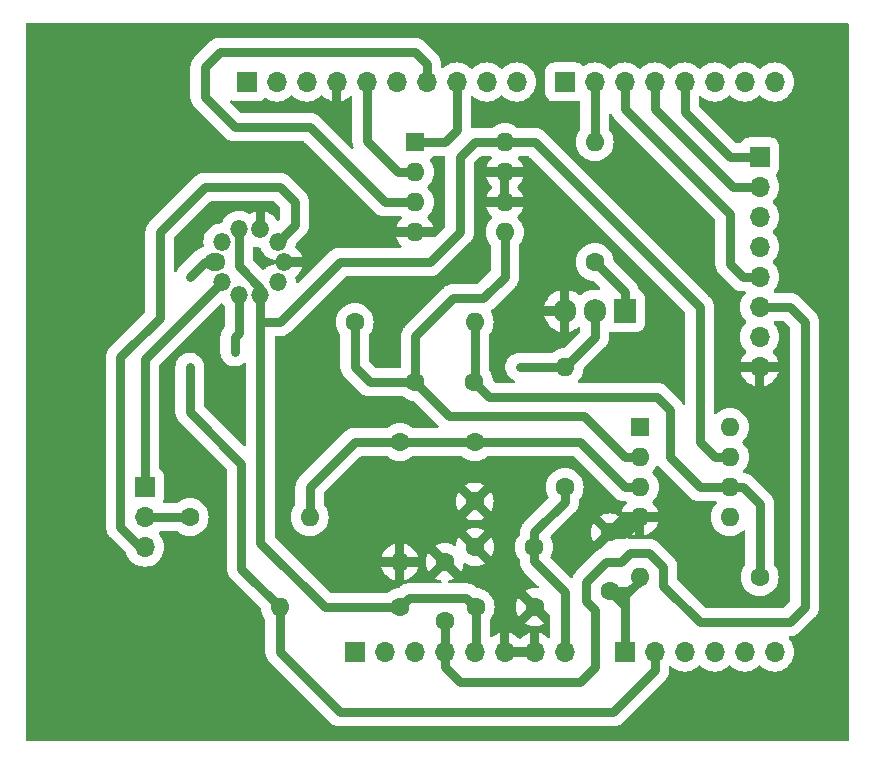
<source format=gbr>
%TF.GenerationSoftware,KiCad,Pcbnew,7.0.9*%
%TF.CreationDate,2023-12-15T17:57:28+01:00*%
%TF.ProjectId,MOSHield2,4d4f5348-6965-46c6-9432-2e6b69636164,rev?*%
%TF.SameCoordinates,Original*%
%TF.FileFunction,Copper,L2,Bot*%
%TF.FilePolarity,Positive*%
%FSLAX46Y46*%
G04 Gerber Fmt 4.6, Leading zero omitted, Abs format (unit mm)*
G04 Created by KiCad (PCBNEW 7.0.9) date 2023-12-15 17:57:28*
%MOMM*%
%LPD*%
G01*
G04 APERTURE LIST*
%TA.AperFunction,ComponentPad*%
%ADD10R,1.700000X1.700000*%
%TD*%
%TA.AperFunction,ComponentPad*%
%ADD11O,1.700000X1.700000*%
%TD*%
%TA.AperFunction,ComponentPad*%
%ADD12C,1.600000*%
%TD*%
%TA.AperFunction,ComponentPad*%
%ADD13O,1.600000X1.600000*%
%TD*%
%TA.AperFunction,ComponentPad*%
%ADD14R,1.600000X1.600000*%
%TD*%
%TA.AperFunction,ComponentPad*%
%ADD15R,1.905000X2.000000*%
%TD*%
%TA.AperFunction,ComponentPad*%
%ADD16O,1.905000X2.000000*%
%TD*%
%TA.AperFunction,ComponentPad*%
%ADD17O,1.800000X1.500000*%
%TD*%
%TA.AperFunction,ComponentPad*%
%ADD18O,1.500000X1.500000*%
%TD*%
%TA.AperFunction,ComponentPad*%
%ADD19O,1.550000X1.500000*%
%TD*%
%TA.AperFunction,ViaPad*%
%ADD20C,0.600000*%
%TD*%
%TA.AperFunction,Conductor*%
%ADD21C,0.800000*%
%TD*%
%TA.AperFunction,Conductor*%
%ADD22C,1.200000*%
%TD*%
G04 APERTURE END LIST*
D10*
%TO.P,J1,1,Pin_1*%
%TO.N,unconnected-(J1-Pin_1-Pad1)*%
X127940000Y-97460000D03*
D11*
%TO.P,J1,2,Pin_2*%
%TO.N,/IOREF*%
X130480000Y-97460000D03*
%TO.P,J1,3,Pin_3*%
%TO.N,/~{RESET}*%
X133020000Y-97460000D03*
%TO.P,J1,4,Pin_4*%
%TO.N,+3.3V*%
X135560000Y-97460000D03*
%TO.P,J1,5,Pin_5*%
%TO.N,+5V*%
X138100000Y-97460000D03*
%TO.P,J1,6,Pin_6*%
%TO.N,GND*%
X140640000Y-97460000D03*
%TO.P,J1,7,Pin_7*%
X143180000Y-97460000D03*
%TO.P,J1,8,Pin_8*%
%TO.N,VCC*%
X145720000Y-97460000D03*
%TD*%
D10*
%TO.P,J3,1,Pin_1*%
%TO.N,VADC_GAS*%
X150800000Y-97460000D03*
D11*
%TO.P,J3,2,Pin_2*%
%TO.N,VADC_TEMP*%
X153340000Y-97460000D03*
%TO.P,J3,3,Pin_3*%
%TO.N,/A2*%
X155880000Y-97460000D03*
%TO.P,J3,4,Pin_4*%
%TO.N,/A3*%
X158420000Y-97460000D03*
%TO.P,J3,5,Pin_5*%
%TO.N,/SDA{slash}A4*%
X160960000Y-97460000D03*
%TO.P,J3,6,Pin_6*%
%TO.N,/SCL{slash}A5*%
X163500000Y-97460000D03*
%TD*%
D10*
%TO.P,J2,1,Pin_1*%
%TO.N,/SCL{slash}A5*%
X118796000Y-49200000D03*
D11*
%TO.P,J2,2,Pin_2*%
%TO.N,/SDA{slash}A4*%
X121336000Y-49200000D03*
%TO.P,J2,3,Pin_3*%
%TO.N,/AREF*%
X123876000Y-49200000D03*
%TO.P,J2,4,Pin_4*%
%TO.N,GND*%
X126416000Y-49200000D03*
%TO.P,J2,5,Pin_5*%
%TO.N,SCK*%
X128956000Y-49200000D03*
%TO.P,J2,6,Pin_6*%
%TO.N,/12*%
X131496000Y-49200000D03*
%TO.P,J2,7,Pin_7*%
%TO.N,SMOSI*%
X134036000Y-49200000D03*
%TO.P,J2,8,Pin_8*%
%TO.N,CS*%
X136576000Y-49200000D03*
%TO.P,J2,9,Pin_9*%
%TO.N,/\u002A9*%
X139116000Y-49200000D03*
%TO.P,J2,10,Pin_10*%
%TO.N,/8*%
X141656000Y-49200000D03*
%TD*%
D10*
%TO.P,J4,1,Pin_1*%
%TO.N,/7*%
X145720000Y-49200000D03*
D11*
%TO.P,J4,2,Pin_2*%
%TO.N,PWM*%
X148260000Y-49200000D03*
%TO.P,J4,3,Pin_3*%
%TO.N,RST*%
X150800000Y-49200000D03*
%TO.P,J4,4,Pin_4*%
%TO.N,RX*%
X153340000Y-49200000D03*
%TO.P,J4,5,Pin_5*%
%TO.N,TX*%
X155880000Y-49200000D03*
%TO.P,J4,6,Pin_6*%
%TO.N,/2*%
X158420000Y-49200000D03*
%TO.P,J4,7,Pin_7*%
%TO.N,/TX{slash}1*%
X160960000Y-49200000D03*
%TO.P,J4,8,Pin_8*%
%TO.N,/RX{slash}0*%
X163500000Y-49200000D03*
%TD*%
D12*
%TO.P,C4,1*%
%TO.N,R2*%
X133060000Y-74600000D03*
%TO.P,C4,2*%
%TO.N,Net-(C4-Pad2)*%
X138060000Y-74600000D03*
%TD*%
D10*
%TO.P,J5,1,Pin_1*%
%TO.N,IGAS1*%
X110160000Y-83505000D03*
D11*
%TO.P,J5,2,Pin_2*%
%TO.N,Net-(J5-Pin_2)*%
X110160000Y-86045000D03*
%TO.P,J5,3,Pin_3*%
%TO.N,IGAS2*%
X110160000Y-88585000D03*
%TD*%
D12*
%TO.P,C5,1*%
%TO.N,VCC*%
X143140000Y-88570000D03*
%TO.P,C5,2*%
%TO.N,GND*%
X138140000Y-88570000D03*
%TD*%
%TO.P,C6,1*%
%TO.N,+3.3V*%
X135560000Y-94840000D03*
%TO.P,C6,2*%
%TO.N,GND*%
X135560000Y-89840000D03*
%TD*%
%TO.P,R8,1*%
%TO.N,VCC*%
X145720000Y-83490000D03*
D13*
%TO.P,R8,2*%
%TO.N,VHEAT*%
X145720000Y-73330000D03*
%TD*%
D12*
%TO.P,C1,1*%
%TO.N,Net-(U1-+)*%
X138100000Y-79720000D03*
%TO.P,C1,2*%
%TO.N,GND*%
X138100000Y-84720000D03*
%TD*%
%TO.P,R3,1*%
%TO.N,R2*%
X127940000Y-69520000D03*
D13*
%TO.P,R3,2*%
%TO.N,Net-(C4-Pad2)*%
X138100000Y-69520000D03*
%TD*%
D14*
%TO.P,U1,1,NC*%
%TO.N,unconnected-(U1-NC-Pad1)*%
X152080000Y-78420000D03*
D13*
%TO.P,U1,2,-*%
%TO.N,R2*%
X152080000Y-80960000D03*
%TO.P,U1,3,+*%
%TO.N,Net-(U1-+)*%
X152080000Y-83500000D03*
%TO.P,U1,4,V-*%
%TO.N,GND*%
X152080000Y-86040000D03*
%TO.P,U1,5,NC*%
%TO.N,unconnected-(U1-NC-Pad5)*%
X159700000Y-86040000D03*
%TO.P,U1,6*%
%TO.N,Net-(C4-Pad2)*%
X159700000Y-83500000D03*
%TO.P,U1,7,V+*%
%TO.N,+5V*%
X159700000Y-80960000D03*
%TO.P,U1,8,NC*%
%TO.N,unconnected-(U1-NC-Pad8)*%
X159700000Y-78420000D03*
%TD*%
D15*
%TO.P,Q1,1,G*%
%TO.N,Net-(Q1-G)*%
X150800000Y-68575000D03*
D16*
%TO.P,Q1,2,D*%
%TO.N,VHEAT*%
X148260000Y-68575000D03*
%TO.P,Q1,3,S*%
%TO.N,GND*%
X145720000Y-68575000D03*
%TD*%
D12*
%TO.P,R7,1*%
%TO.N,Net-(Q1-G)*%
X148260000Y-64440000D03*
D13*
%TO.P,R7,2*%
%TO.N,PWM*%
X148260000Y-54280000D03*
%TD*%
D12*
%TO.P,R6,1*%
%TO.N,Net-(C4-Pad2)*%
X162230000Y-91110000D03*
D13*
%TO.P,R6,2*%
%TO.N,VADC_GAS*%
X152070000Y-91110000D03*
%TD*%
D12*
%TO.P,C2,1*%
%TO.N,VADC_GAS*%
X149530000Y-92340000D03*
%TO.P,C2,2*%
%TO.N,GND*%
X149530000Y-87340000D03*
%TD*%
D14*
%TO.P,U2,1,~{CS}*%
%TO.N,CS*%
X133030000Y-54290000D03*
D13*
%TO.P,U2,2,SCK*%
%TO.N,SCK*%
X133030000Y-56830000D03*
%TO.P,U2,3,SI*%
%TO.N,SMOSI*%
X133030000Y-59370000D03*
%TO.P,U2,4,VSS*%
%TO.N,GND*%
X133030000Y-61910000D03*
%TO.P,U2,5,PA0*%
%TO.N,R2*%
X140650000Y-61910000D03*
%TO.P,U2,6,PW0*%
%TO.N,GND*%
X140650000Y-59370000D03*
%TO.P,U2,7,PB0*%
X140650000Y-56830000D03*
%TO.P,U2,8,VDD*%
%TO.N,+5V*%
X140650000Y-54290000D03*
%TD*%
D10*
%TO.P,J7,1,Pin_1*%
%TO.N,TX*%
X162230000Y-55550000D03*
D11*
%TO.P,J7,2,Pin_2*%
%TO.N,RX*%
X162230000Y-58090000D03*
%TO.P,J7,3,Pin_3*%
%TO.N,unconnected-(J7-Pin_3-Pad3)*%
X162230000Y-60630000D03*
%TO.P,J7,4,Pin_4*%
%TO.N,unconnected-(J7-Pin_4-Pad4)*%
X162230000Y-63170000D03*
%TO.P,J7,5,Pin_5*%
%TO.N,RST*%
X162230000Y-65710000D03*
%TO.P,J7,6,Pin_6*%
%TO.N,+3.3V*%
X162230000Y-68250000D03*
%TO.P,J7,7,Pin_7*%
%TO.N,unconnected-(J7-Pin_7-Pad7)*%
X162230000Y-70790000D03*
%TO.P,J7,8,Pin_8*%
%TO.N,GND*%
X162230000Y-73330000D03*
%TD*%
D12*
%TO.P,R4,1*%
%TO.N,+5V*%
X131750000Y-93650000D03*
D13*
%TO.P,R4,2*%
%TO.N,VADC_TEMP*%
X121590000Y-93650000D03*
%TD*%
D12*
%TO.P,R5,1*%
%TO.N,Net-(J5-Pin_2)*%
X113970000Y-86030000D03*
D13*
%TO.P,R5,2*%
%TO.N,Net-(U1-+)*%
X124130000Y-86030000D03*
%TD*%
D17*
%TO.P,GS1,1,TempA*%
%TO.N,VADC_TEMP*%
X116135000Y-64440000D03*
D18*
%TO.P,GS1,2,Gas1A*%
%TO.N,IGAS1*%
X116692670Y-66156333D03*
%TO.P,GS1,3,HeatA*%
%TO.N,VHEAT*%
X118152670Y-67217085D03*
%TO.P,GS1,4,Gas1B*%
%TO.N,+5V*%
X119957330Y-67217085D03*
%TO.P,GS1,5,NC*%
%TO.N,unconnected-(GS1-NC-Pad5)*%
X121417330Y-66156333D03*
%TO.P,GS1,6,TempB*%
%TO.N,GND*%
X121975000Y-64440000D03*
%TO.P,GS1,7,Gas2A*%
%TO.N,IGAS2*%
X121417330Y-62723667D03*
D19*
%TO.P,GS1,8,HeatB*%
%TO.N,GND*%
X119957330Y-61662915D03*
D18*
%TO.P,GS1,9,Gas2B*%
%TO.N,+5V*%
X118152670Y-61662915D03*
%TO.P,GS1,10,NC*%
%TO.N,unconnected-(GS1-NC-Pad10)*%
X116692670Y-62723667D03*
%TD*%
D12*
%TO.P,C3,1*%
%TO.N,+5V*%
X138180000Y-93650000D03*
%TO.P,C3,2*%
%TO.N,GND*%
X143180000Y-93650000D03*
%TD*%
%TO.P,R1,1*%
%TO.N,Net-(U1-+)*%
X131750000Y-79680000D03*
D13*
%TO.P,R1,2*%
%TO.N,GND*%
X131750000Y-89840000D03*
%TD*%
D20*
%TO.N,VADC_TEMP*%
X113970000Y-73330000D03*
X113970000Y-65710000D03*
%TO.N,VHEAT*%
X117780000Y-72060000D03*
X141910000Y-73330000D03*
%TD*%
D21*
%TO.N,VADC_TEMP*%
X118357330Y-90417330D02*
X121590000Y-93650000D01*
X118357330Y-81527330D02*
X118357330Y-90417330D01*
X113970000Y-73330000D02*
X113970000Y-77140000D01*
X113970000Y-77140000D02*
X118357330Y-81527330D01*
%TO.N,+5V*%
X157150000Y-68250000D02*
X157150000Y-79680000D01*
X143180000Y-54280000D02*
X157150000Y-68250000D01*
X158430000Y-80960000D02*
X159700000Y-80960000D01*
X140650000Y-54290000D02*
X143170000Y-54290000D01*
X143170000Y-54290000D02*
X143180000Y-54280000D01*
X157150000Y-79680000D02*
X158430000Y-80960000D01*
X138180000Y-93650000D02*
X138180000Y-97380000D01*
X138180000Y-97380000D02*
X138100000Y-97460000D01*
X137380001Y-92850001D02*
X138180000Y-93650000D01*
X132549999Y-92850001D02*
X137380001Y-92850001D01*
X131750000Y-93650000D02*
X132549999Y-92850001D01*
%TO.N,VCC*%
X145720000Y-84760000D02*
X145720000Y-83490000D01*
X143140000Y-87340000D02*
X145720000Y-84760000D01*
X143140000Y-88570000D02*
X143140000Y-87340000D01*
X143140000Y-89800000D02*
X143140000Y-88570000D01*
X145720000Y-92380000D02*
X143140000Y-89800000D01*
X145720000Y-97460000D02*
X145720000Y-92380000D01*
%TO.N,+5V*%
X121590000Y-69520000D02*
X119957330Y-69520000D01*
X122860000Y-68250000D02*
X121590000Y-69520000D01*
X119957330Y-69520000D02*
X119957330Y-88207330D01*
X119957330Y-68250000D02*
X119957330Y-69520000D01*
X138110000Y-54290000D02*
X140650000Y-54290000D01*
X138100000Y-54280000D02*
X138110000Y-54290000D01*
X136830000Y-61900000D02*
X136830000Y-55550000D01*
X134290000Y-64440000D02*
X136830000Y-61900000D01*
X136830000Y-55550000D02*
X138100000Y-54280000D01*
X126670000Y-64440000D02*
X134290000Y-64440000D01*
X122860000Y-68250000D02*
X126670000Y-64440000D01*
X119957330Y-67217085D02*
X119957330Y-68250000D01*
X125400000Y-93650000D02*
X131750000Y-93650000D01*
X119957330Y-88207330D02*
X125400000Y-93650000D01*
X118152670Y-64812670D02*
X118152670Y-61662915D01*
X119957330Y-66617330D02*
X118152670Y-64812670D01*
X119957330Y-67217085D02*
X119957330Y-66617330D01*
D22*
X118152670Y-61662915D02*
X118242670Y-61752915D01*
D21*
%TO.N,SMOSI*%
X130490000Y-59370000D02*
X133030000Y-59370000D01*
X117780000Y-53010000D02*
X124130000Y-53010000D01*
X124130000Y-53010000D02*
X130490000Y-59370000D01*
X115240000Y-47930000D02*
X115240000Y-50470000D01*
X133020000Y-46660000D02*
X116510000Y-46660000D01*
X115240000Y-50470000D02*
X117780000Y-53010000D01*
X134036000Y-47676000D02*
X133020000Y-46660000D01*
X134036000Y-49200000D02*
X134036000Y-47676000D01*
X116510000Y-46660000D02*
X115240000Y-47930000D01*
D22*
%TO.N,GND*%
X150780000Y-87340000D02*
X152080000Y-86040000D01*
X150780000Y-87340000D02*
X149530000Y-87340000D01*
D21*
%TO.N,Net-(U1-+)*%
X146990000Y-79680000D02*
X127940000Y-79680000D01*
X124130000Y-86030000D02*
X124130000Y-83490000D01*
X152080000Y-83500000D02*
X150810000Y-83500000D01*
X124130000Y-83490000D02*
X127940000Y-79680000D01*
X150810000Y-83500000D02*
X146990000Y-79680000D01*
%TO.N,R2*%
X150810000Y-80960000D02*
X147320000Y-77470000D01*
X138830000Y-67520000D02*
X136290000Y-67520000D01*
X140650000Y-65700000D02*
X138830000Y-67520000D01*
X129210000Y-74600000D02*
X133060000Y-74600000D01*
X127940000Y-73330000D02*
X129210000Y-74600000D01*
X133060000Y-74600000D02*
X135930000Y-77470000D01*
X127940000Y-69520000D02*
X127940000Y-73330000D01*
X147320000Y-77470000D02*
X136830000Y-77470000D01*
X133060000Y-70750000D02*
X133060000Y-74600000D01*
X135930000Y-77470000D02*
X136830000Y-77470000D01*
X127940000Y-69520000D02*
X127980000Y-69520000D01*
X136290000Y-67520000D02*
X133060000Y-70750000D01*
X152080000Y-80960000D02*
X150810000Y-80960000D01*
X140650000Y-61910000D02*
X140650000Y-65700000D01*
%TO.N,Net-(C4-Pad2)*%
X153530000Y-75870000D02*
X154610000Y-76950000D01*
X154610000Y-80950000D02*
X157160000Y-83500000D01*
X159700000Y-83500000D02*
X160831370Y-83500000D01*
X154610000Y-76950000D02*
X154610000Y-80950000D01*
X162230000Y-84898630D02*
X162230000Y-91110000D01*
X160831370Y-83500000D02*
X162230000Y-84898630D01*
X139330000Y-75870000D02*
X153530000Y-75870000D01*
X138100000Y-69520000D02*
X138100000Y-74560000D01*
X138060000Y-74600000D02*
X139330000Y-75870000D01*
X138100000Y-74560000D02*
X138060000Y-74600000D01*
X157160000Y-83500000D02*
X159700000Y-83500000D01*
%TO.N,VADC_TEMP*%
X116135000Y-64440000D02*
X115240000Y-64440000D01*
X149820000Y-102540000D02*
X153340000Y-99020000D01*
X121590000Y-93650000D02*
X121590000Y-97460000D01*
X115240000Y-64440000D02*
X113970000Y-65710000D01*
X153340000Y-99020000D02*
X153340000Y-97460000D01*
X126670000Y-102540000D02*
X149820000Y-102540000D01*
X121590000Y-97460000D02*
X126670000Y-102540000D01*
%TO.N,Net-(J5-Pin_2)*%
X110160000Y-86045000D02*
X111445000Y-86045000D01*
X113970000Y-86030000D02*
X111460000Y-86030000D01*
X111460000Y-86030000D02*
X111445000Y-86045000D01*
%TO.N,VADC_GAS*%
X149530000Y-92340000D02*
X150800000Y-93610000D01*
X150800000Y-92710000D02*
X151170000Y-92340000D01*
X151170000Y-92340000D02*
X152070000Y-91440000D01*
X150800000Y-93610000D02*
X150800000Y-97460000D01*
X149530000Y-92340000D02*
X151170000Y-92340000D01*
X150800000Y-93610000D02*
X150800000Y-92710000D01*
%TO.N,Net-(Q1-G)*%
X148260000Y-64440000D02*
X150800000Y-66980000D01*
X150800000Y-66980000D02*
X150800000Y-68575000D01*
%TO.N,PWM*%
X148260000Y-54280000D02*
X148260000Y-49200000D01*
%TO.N,VHEAT*%
X118152670Y-70417330D02*
X118152670Y-67217085D01*
X145720000Y-73330000D02*
X148260000Y-70790000D01*
X117780000Y-70790000D02*
X118152670Y-70417330D01*
X141910000Y-73330000D02*
X145720000Y-73330000D01*
X117780000Y-72060000D02*
X117780000Y-70790000D01*
X148260000Y-70790000D02*
X148260000Y-68575000D01*
%TO.N,IGAS1*%
X110160000Y-72689003D02*
X116609003Y-66240000D01*
X110160000Y-83505000D02*
X110160000Y-72689003D01*
%TO.N,IGAS2*%
X111430000Y-69156261D02*
X111430000Y-61900000D01*
X108110000Y-86894138D02*
X108110000Y-72476261D01*
X111430000Y-61900000D02*
X115240000Y-58090000D01*
X108110000Y-72476261D02*
X111430000Y-69156261D01*
X122860000Y-61280997D02*
X121417330Y-62723667D01*
X115240000Y-58090000D02*
X121590000Y-58090000D01*
X122860000Y-59360000D02*
X122860000Y-61280997D01*
X109800862Y-88585000D02*
X108110000Y-86894138D01*
X110160000Y-88585000D02*
X109800862Y-88585000D01*
X121590000Y-58090000D02*
X122860000Y-59360000D01*
%TO.N,CS*%
X133030000Y-54290000D02*
X135550000Y-54290000D01*
X135550000Y-54290000D02*
X136576000Y-53264000D01*
X136576000Y-53264000D02*
X136576000Y-49200000D01*
%TO.N,SCK*%
X128956000Y-49200000D02*
X128956000Y-54216000D01*
X128956000Y-54216000D02*
X131570000Y-56830000D01*
X131570000Y-56830000D02*
X133030000Y-56830000D01*
%TO.N,+3.3V*%
X154070000Y-91840000D02*
X157150000Y-94920000D01*
X164770000Y-68250000D02*
X162230000Y-68250000D01*
X166040000Y-69520000D02*
X164770000Y-68250000D01*
X148260000Y-98730000D02*
X148260000Y-93898428D01*
X166040000Y-93650000D02*
X166040000Y-69520000D01*
X148260000Y-93898428D02*
X147530000Y-93168428D01*
X147530000Y-93168428D02*
X147530000Y-91511572D01*
X135560000Y-97460000D02*
X135560000Y-94840000D01*
X135560000Y-97460000D02*
X135560000Y-98730000D01*
X149201572Y-89840000D02*
X150511572Y-89840000D01*
X150511572Y-89840000D02*
X151241572Y-89110000D01*
X157150000Y-94920000D02*
X164770000Y-94920000D01*
X154070000Y-90281572D02*
X154070000Y-91840000D01*
X136830000Y-100000000D02*
X146990000Y-100000000D01*
X147530000Y-91511572D02*
X149201572Y-89840000D01*
X135560000Y-98730000D02*
X136830000Y-100000000D01*
X151241572Y-89110000D02*
X152898428Y-89110000D01*
X164770000Y-94920000D02*
X166040000Y-93650000D01*
X146990000Y-100000000D02*
X148260000Y-98730000D01*
X152898428Y-89110000D02*
X154070000Y-90281572D01*
%TO.N,RST*%
X160780431Y-65710000D02*
X162230000Y-65710000D01*
X150800000Y-51462742D02*
X159690000Y-60352742D01*
X150800000Y-49200000D02*
X150800000Y-51462742D01*
X159690000Y-64619569D02*
X160780431Y-65710000D01*
X159690000Y-60352742D02*
X159690000Y-64619569D01*
%TO.N,RX*%
X153340000Y-49200000D02*
X153340000Y-51462742D01*
X159967258Y-58090000D02*
X162230000Y-58090000D01*
X153340000Y-51462742D02*
X159967258Y-58090000D01*
%TO.N,TX*%
X159690000Y-55550000D02*
X162230000Y-55550000D01*
X155880000Y-49200000D02*
X155880000Y-51740000D01*
X155880000Y-51740000D02*
X159690000Y-55550000D01*
%TD*%
%TA.AperFunction,Conductor*%
%TO.N,GND*%
G36*
X143560315Y-97803039D02*
G01*
X143507511Y-97848794D01*
X143490577Y-97852477D01*
X143561761Y-97790798D01*
X143565716Y-97784642D01*
X143560315Y-97803039D01*
G37*
%TD.AperFunction*%
%TA.AperFunction,Conductor*%
G36*
X140258239Y-97790798D02*
G01*
X140324829Y-97848498D01*
X140296961Y-97840315D01*
X140251206Y-97787511D01*
X140248687Y-97775936D01*
X140258239Y-97790798D01*
G37*
%TD.AperFunction*%
%TA.AperFunction,Conductor*%
G36*
X121108414Y-59310185D02*
G01*
X121129056Y-59326819D01*
X121623181Y-59820944D01*
X121656666Y-59882267D01*
X121659500Y-59908625D01*
X121659500Y-60732370D01*
X121639815Y-60799409D01*
X121623181Y-60820052D01*
X121526998Y-60916234D01*
X121465674Y-60949718D01*
X121395983Y-60944734D01*
X121340049Y-60902862D01*
X121331969Y-60889471D01*
X121331536Y-60889722D01*
X121329038Y-60885395D01*
X121186873Y-60679434D01*
X121186872Y-60679433D01*
X121013512Y-60498948D01*
X120813444Y-60348606D01*
X120591857Y-60232307D01*
X120591853Y-60232306D01*
X120357331Y-60154010D01*
X120357330Y-60154011D01*
X120357330Y-61532786D01*
X120337645Y-61599825D01*
X120321018Y-61620461D01*
X120317571Y-61623908D01*
X120310574Y-61632099D01*
X120282283Y-61520377D01*
X120218394Y-61422588D01*
X120126215Y-61350843D01*
X120015735Y-61312915D01*
X119928325Y-61312915D01*
X119842114Y-61327301D01*
X119739383Y-61382896D01*
X119690136Y-61436392D01*
X119688816Y-61419613D01*
X119631842Y-61182303D01*
X119592683Y-61087764D01*
X119566769Y-61025200D01*
X119557330Y-60977748D01*
X119557330Y-60158955D01*
X119439899Y-60187899D01*
X119209660Y-60285995D01*
X119109322Y-60349444D01*
X119042140Y-60368637D01*
X118978259Y-60350367D01*
X118858759Y-60277137D01*
X118633288Y-60183745D01*
X118633291Y-60183745D01*
X118509437Y-60154010D01*
X118395972Y-60126769D01*
X118395970Y-60126768D01*
X118395967Y-60126768D01*
X118152670Y-60107621D01*
X117909372Y-60126768D01*
X117672050Y-60183745D01*
X117446580Y-60277137D01*
X117238496Y-60404652D01*
X117238493Y-60404653D01*
X117052911Y-60563156D01*
X116894408Y-60748738D01*
X116894407Y-60748741D01*
X116766892Y-60956825D01*
X116707894Y-61099260D01*
X116664053Y-61153663D01*
X116603063Y-61175424D01*
X116546041Y-61179912D01*
X116449366Y-61187521D01*
X116245702Y-61236417D01*
X116218140Y-61243035D01*
X116212050Y-61244497D01*
X115986580Y-61337889D01*
X115778496Y-61465404D01*
X115778493Y-61465405D01*
X115592911Y-61623908D01*
X115434408Y-61809490D01*
X115434407Y-61809493D01*
X115306892Y-62017577D01*
X115213500Y-62243047D01*
X115156523Y-62480369D01*
X115137376Y-62723667D01*
X115156523Y-62966966D01*
X115156523Y-62966968D01*
X115169658Y-63021679D01*
X115166167Y-63091462D01*
X115125502Y-63148279D01*
X115115359Y-63155428D01*
X115050518Y-63196431D01*
X114995071Y-63245553D01*
X114952249Y-63270309D01*
X114935914Y-63275784D01*
X114886159Y-63292459D01*
X114883426Y-63293305D01*
X114843114Y-63304776D01*
X114804472Y-63315771D01*
X114804469Y-63315772D01*
X114804466Y-63315773D01*
X114783337Y-63326294D01*
X114775399Y-63329582D01*
X114753017Y-63337083D01*
X114681325Y-63377015D01*
X114678793Y-63378350D01*
X114605309Y-63414943D01*
X114596525Y-63421575D01*
X114586465Y-63429172D01*
X114579274Y-63433857D01*
X114575019Y-63436228D01*
X114558652Y-63445344D01*
X114558644Y-63445350D01*
X114495495Y-63497787D01*
X114493251Y-63499564D01*
X114427760Y-63549022D01*
X114372469Y-63609673D01*
X114370492Y-63611744D01*
X113081880Y-64900356D01*
X113081862Y-64900376D01*
X112975354Y-65028637D01*
X112975346Y-65028650D01*
X112864295Y-65228023D01*
X112862787Y-65227183D01*
X112822846Y-65274468D01*
X112756060Y-65294994D01*
X112688778Y-65276155D01*
X112642363Y-65223930D01*
X112630500Y-65171004D01*
X112630500Y-62448625D01*
X112650185Y-62381586D01*
X112666819Y-62360944D01*
X115700944Y-59326819D01*
X115762267Y-59293334D01*
X115788625Y-59290500D01*
X121041375Y-59290500D01*
X121108414Y-59310185D01*
G37*
%TD.AperFunction*%
%TA.AperFunction,Conductor*%
G36*
X119516438Y-63158166D02*
G01*
X119560186Y-63172771D01*
X119807198Y-63212915D01*
X119858881Y-63212915D01*
X119925920Y-63232600D01*
X119971675Y-63285404D01*
X119973442Y-63289463D01*
X120031551Y-63429753D01*
X120031552Y-63429755D01*
X120159067Y-63637840D01*
X120159068Y-63637843D01*
X120241312Y-63734138D01*
X120317571Y-63823426D01*
X120435230Y-63923916D01*
X120473422Y-63982420D01*
X120474994Y-64037470D01*
X120476988Y-64040000D01*
X120562948Y-64040000D01*
X120627738Y-64058273D01*
X120711240Y-64109444D01*
X120936711Y-64202836D01*
X120936708Y-64202836D01*
X120936714Y-64202837D01*
X120936718Y-64202839D01*
X121174028Y-64259813D01*
X121417330Y-64278961D01*
X121660632Y-64259813D01*
X121673166Y-64256803D01*
X121631018Y-64352892D01*
X121621372Y-64469302D01*
X121650047Y-64582538D01*
X121677251Y-64624176D01*
X121660632Y-64620187D01*
X121660630Y-64620186D01*
X121660627Y-64620186D01*
X121417330Y-64601039D01*
X121174032Y-64620186D01*
X121174028Y-64620187D01*
X120944666Y-64675253D01*
X120936710Y-64677163D01*
X120711240Y-64770555D01*
X120627738Y-64821727D01*
X120562948Y-64840000D01*
X120476988Y-64840000D01*
X120474772Y-64842810D01*
X120471778Y-64902632D01*
X120435228Y-64956084D01*
X120317572Y-65056572D01*
X120301854Y-65074976D01*
X120243346Y-65113167D01*
X120173478Y-65113663D01*
X120119885Y-65082122D01*
X119389489Y-64351726D01*
X119356004Y-64290403D01*
X119353170Y-64264045D01*
X119353170Y-63275784D01*
X119372855Y-63208745D01*
X119425659Y-63162990D01*
X119494817Y-63153046D01*
X119516438Y-63158166D01*
G37*
%TD.AperFunction*%
%TA.AperFunction,Conductor*%
G36*
X135572539Y-55510185D02*
G01*
X135618294Y-55562989D01*
X135629500Y-55614500D01*
X135629500Y-61351374D01*
X135609815Y-61418413D01*
X135593181Y-61439055D01*
X134741054Y-62291181D01*
X134679731Y-62324666D01*
X134610039Y-62319682D01*
X134596763Y-62310000D01*
X133061481Y-62310000D01*
X133155148Y-62295165D01*
X133268045Y-62237641D01*
X133357641Y-62148045D01*
X133415165Y-62035148D01*
X133434986Y-61910000D01*
X133415165Y-61784852D01*
X133357641Y-61671955D01*
X133268045Y-61582359D01*
X133155148Y-61524835D01*
X133061481Y-61510000D01*
X134579433Y-61510000D01*
X134579432Y-61509999D01*
X134556396Y-61414043D01*
X134460019Y-61181368D01*
X134328431Y-60966637D01*
X134328428Y-60966632D01*
X134164869Y-60775129D01*
X134117435Y-60734616D01*
X134079243Y-60676109D01*
X134078745Y-60606241D01*
X134116099Y-60547195D01*
X134117265Y-60546184D01*
X134165224Y-60505224D01*
X134328836Y-60313659D01*
X134460466Y-60098859D01*
X134556873Y-59866111D01*
X134615683Y-59621148D01*
X134635449Y-59370000D01*
X134615683Y-59118852D01*
X134556873Y-58873889D01*
X134495330Y-58725311D01*
X134460466Y-58641140D01*
X134328839Y-58426346D01*
X134328838Y-58426343D01*
X134165224Y-58234776D01*
X134117819Y-58194289D01*
X134079627Y-58135784D01*
X134079128Y-58065916D01*
X134116482Y-58006870D01*
X134117756Y-58005764D01*
X134165224Y-57965224D01*
X134328836Y-57773659D01*
X134460466Y-57558859D01*
X134556873Y-57326111D01*
X134615683Y-57081148D01*
X134635449Y-56830000D01*
X134615683Y-56578852D01*
X134556873Y-56333889D01*
X134460466Y-56101141D01*
X134460466Y-56101140D01*
X134328839Y-55886346D01*
X134328836Y-55886341D01*
X134328140Y-55885526D01*
X134327973Y-55885153D01*
X134325976Y-55882405D01*
X134326553Y-55881985D01*
X134299575Y-55821763D01*
X134310017Y-55752678D01*
X134334751Y-55717326D01*
X134459816Y-55592262D01*
X134472396Y-55572240D01*
X134487297Y-55548527D01*
X134539631Y-55502237D01*
X134592290Y-55490500D01*
X135505500Y-55490500D01*
X135572539Y-55510185D01*
G37*
%TD.AperFunction*%
%TA.AperFunction,Conductor*%
G36*
X119696266Y-61903242D02*
G01*
X119788445Y-61974987D01*
X119898925Y-62012915D01*
X119986335Y-62012915D01*
X120039720Y-62004006D01*
X119988242Y-62050580D01*
X119934327Y-62062915D01*
X119808489Y-62062915D01*
X119741450Y-62043230D01*
X119695695Y-61990426D01*
X119685751Y-61921268D01*
X119687916Y-61909965D01*
X119688816Y-61906217D01*
X119689825Y-61893384D01*
X119696266Y-61903242D01*
G37*
%TD.AperFunction*%
%TA.AperFunction,Conductor*%
G36*
X126816000Y-50800853D02*
G01*
X126927453Y-50774096D01*
X127167401Y-50674707D01*
X127388840Y-50539009D01*
X127388841Y-50539008D01*
X127550968Y-50400539D01*
X127614730Y-50371968D01*
X127683815Y-50382405D01*
X127736291Y-50428536D01*
X127755500Y-50494829D01*
X127755500Y-54186835D01*
X127755434Y-54189698D01*
X127751644Y-54271684D01*
X127762980Y-54352950D01*
X127763310Y-54355794D01*
X127770884Y-54437535D01*
X127777347Y-54460249D01*
X127779121Y-54468659D01*
X127782381Y-54492031D01*
X127782382Y-54492033D01*
X127808459Y-54569837D01*
X127809305Y-54572570D01*
X127831771Y-54651528D01*
X127842295Y-54672663D01*
X127845581Y-54680596D01*
X127853083Y-54702981D01*
X127855723Y-54772801D01*
X127820196Y-54832964D01*
X127757782Y-54864370D01*
X127688298Y-54857046D01*
X127647830Y-54830067D01*
X124999508Y-52181745D01*
X124997530Y-52179673D01*
X124942236Y-52119018D01*
X124942233Y-52119016D01*
X124876742Y-52069560D01*
X124874496Y-52067782D01*
X124811353Y-52015348D01*
X124790723Y-52003856D01*
X124783531Y-51999170D01*
X124764692Y-51984944D01*
X124764690Y-51984943D01*
X124764689Y-51984942D01*
X124693969Y-51949727D01*
X124691224Y-51948360D01*
X124688690Y-51947024D01*
X124616989Y-51907086D01*
X124616987Y-51907085D01*
X124594595Y-51899580D01*
X124586663Y-51896295D01*
X124571898Y-51888943D01*
X124565529Y-51885771D01*
X124486573Y-51863306D01*
X124483855Y-51862464D01*
X124406033Y-51836382D01*
X124406031Y-51836381D01*
X124382659Y-51833121D01*
X124374249Y-51831347D01*
X124351535Y-51824884D01*
X124269794Y-51817310D01*
X124266950Y-51816980D01*
X124185684Y-51805644D01*
X124185681Y-51805644D01*
X124148278Y-51807373D01*
X124103700Y-51809434D01*
X124100837Y-51809500D01*
X118328625Y-51809500D01*
X118261586Y-51789815D01*
X118240944Y-51773181D01*
X117425072Y-50957309D01*
X117391587Y-50895986D01*
X117396571Y-50826294D01*
X117438443Y-50770361D01*
X117503907Y-50745944D01*
X117572180Y-50760796D01*
X117578726Y-50764635D01*
X117596475Y-50775788D01*
X117766745Y-50835368D01*
X117766750Y-50835369D01*
X117857246Y-50845565D01*
X117901040Y-50850499D01*
X117901043Y-50850500D01*
X117901046Y-50850500D01*
X119690957Y-50850500D01*
X119690958Y-50850499D01*
X119758104Y-50842934D01*
X119825249Y-50835369D01*
X119825252Y-50835368D01*
X119825255Y-50835368D01*
X119995522Y-50775789D01*
X120148262Y-50679816D01*
X120247737Y-50580340D01*
X120309056Y-50546858D01*
X120378748Y-50551842D01*
X120400205Y-50562297D01*
X120584371Y-50675154D01*
X120654671Y-50704272D01*
X120824390Y-50774573D01*
X121077006Y-50835221D01*
X121336000Y-50855604D01*
X121594994Y-50835221D01*
X121847610Y-50774573D01*
X122087628Y-50675154D01*
X122309140Y-50539412D01*
X122506689Y-50370689D01*
X122511710Y-50364809D01*
X122570213Y-50326617D01*
X122640081Y-50326116D01*
X122699128Y-50363468D01*
X122700197Y-50364702D01*
X122705311Y-50370689D01*
X122902860Y-50539412D01*
X123124372Y-50675154D01*
X123124374Y-50675154D01*
X123124376Y-50675156D01*
X123185693Y-50700554D01*
X123364390Y-50774573D01*
X123617006Y-50835221D01*
X123876000Y-50855604D01*
X124134994Y-50835221D01*
X124387610Y-50774573D01*
X124627628Y-50675154D01*
X124849140Y-50539412D01*
X125046689Y-50370689D01*
X125052039Y-50364424D01*
X125110543Y-50326232D01*
X125180411Y-50325732D01*
X125239458Y-50363084D01*
X125240620Y-50364425D01*
X125245667Y-50370334D01*
X125443158Y-50539008D01*
X125443159Y-50539009D01*
X125664598Y-50674707D01*
X125904546Y-50774096D01*
X126015999Y-50800853D01*
X126016000Y-50800853D01*
X126016000Y-49502417D01*
X126034239Y-49530798D01*
X126142900Y-49624952D01*
X126273685Y-49684680D01*
X126380237Y-49700000D01*
X126451763Y-49700000D01*
X126558315Y-49684680D01*
X126689100Y-49624952D01*
X126797761Y-49530798D01*
X126816000Y-49502417D01*
X126816000Y-50800853D01*
G37*
%TD.AperFunction*%
%TA.AperFunction,Conductor*%
G36*
X126759039Y-48819685D02*
G01*
X126804794Y-48872489D01*
X126807312Y-48884063D01*
X126797761Y-48869202D01*
X126731170Y-48811501D01*
X126759039Y-48819685D01*
G37*
%TD.AperFunction*%
%TA.AperFunction,Conductor*%
G36*
X126034239Y-48869202D02*
G01*
X126030283Y-48875357D01*
X126035685Y-48856961D01*
X126088489Y-48811206D01*
X126105422Y-48807522D01*
X126034239Y-48869202D01*
G37*
%TD.AperFunction*%
%TA.AperFunction,Conductor*%
G36*
X169717539Y-44215185D02*
G01*
X169763294Y-44267989D01*
X169774500Y-44319500D01*
X169774500Y-104880500D01*
X169754815Y-104947539D01*
X169702011Y-104993294D01*
X169650500Y-105004500D01*
X100199500Y-105004500D01*
X100132461Y-104984815D01*
X100086706Y-104932011D01*
X100075500Y-104880500D01*
X100075500Y-86949822D01*
X106905644Y-86949822D01*
X106916980Y-87031088D01*
X106917310Y-87033932D01*
X106924884Y-87115673D01*
X106931347Y-87138387D01*
X106933121Y-87146797D01*
X106936381Y-87170169D01*
X106936382Y-87170171D01*
X106959055Y-87237821D01*
X106962459Y-87247975D01*
X106963306Y-87250711D01*
X106985535Y-87328839D01*
X106985771Y-87329666D01*
X106996295Y-87350801D01*
X106999580Y-87358733D01*
X107007085Y-87381125D01*
X107007086Y-87381127D01*
X107047024Y-87452828D01*
X107048360Y-87455362D01*
X107084937Y-87528817D01*
X107084944Y-87528830D01*
X107099170Y-87547669D01*
X107103856Y-87554861D01*
X107115348Y-87575491D01*
X107157578Y-87626346D01*
X107167782Y-87638634D01*
X107169560Y-87640880D01*
X107219016Y-87706371D01*
X107219018Y-87706374D01*
X107279673Y-87761668D01*
X107281745Y-87763646D01*
X108551447Y-89033348D01*
X108584338Y-89092074D01*
X108585427Y-89096610D01*
X108585428Y-89096612D01*
X108684843Y-89336623D01*
X108684845Y-89336627D01*
X108684846Y-89336628D01*
X108820588Y-89558140D01*
X108989311Y-89755689D01*
X109186860Y-89924412D01*
X109408372Y-90060154D01*
X109408374Y-90060154D01*
X109408376Y-90060156D01*
X109469693Y-90085554D01*
X109648390Y-90159573D01*
X109901006Y-90220221D01*
X110160000Y-90240604D01*
X110418994Y-90220221D01*
X110671610Y-90159573D01*
X110911628Y-90060154D01*
X111133140Y-89924412D01*
X111330689Y-89755689D01*
X111499412Y-89558140D01*
X111635154Y-89336628D01*
X111734573Y-89096610D01*
X111795221Y-88843994D01*
X111815604Y-88585000D01*
X111795221Y-88326006D01*
X111734573Y-88073390D01*
X111655763Y-87883127D01*
X111635156Y-87833376D01*
X111632025Y-87828267D01*
X111499412Y-87611860D01*
X111362883Y-87452006D01*
X111334314Y-87388248D01*
X111344751Y-87319162D01*
X111390882Y-87266686D01*
X111458060Y-87247480D01*
X111462883Y-87247608D01*
X111500681Y-87249356D01*
X111582002Y-87238011D01*
X111584758Y-87237692D01*
X111639691Y-87232602D01*
X111659525Y-87230765D01*
X111665248Y-87230500D01*
X112865459Y-87230500D01*
X112932498Y-87250185D01*
X112945983Y-87260204D01*
X113026341Y-87328836D01*
X113027697Y-87329667D01*
X113241140Y-87460466D01*
X113469051Y-87554869D01*
X113473889Y-87556873D01*
X113718852Y-87615683D01*
X113970000Y-87635449D01*
X114221148Y-87615683D01*
X114466111Y-87556873D01*
X114698859Y-87460466D01*
X114913659Y-87328836D01*
X115105224Y-87165224D01*
X115268836Y-86973659D01*
X115400466Y-86758859D01*
X115496873Y-86526111D01*
X115555683Y-86281148D01*
X115575449Y-86030000D01*
X115555683Y-85778852D01*
X115496873Y-85533889D01*
X115461558Y-85448631D01*
X115400466Y-85301140D01*
X115268839Y-85086346D01*
X115268838Y-85086343D01*
X115225869Y-85036033D01*
X115105224Y-84894776D01*
X114947703Y-84760240D01*
X114913656Y-84731161D01*
X114913653Y-84731160D01*
X114698859Y-84599533D01*
X114466110Y-84503126D01*
X114221151Y-84444317D01*
X113970000Y-84424551D01*
X113718848Y-84444317D01*
X113473889Y-84503126D01*
X113241140Y-84599533D01*
X113026346Y-84731160D01*
X113026344Y-84731161D01*
X112998328Y-84755088D01*
X112945988Y-84799790D01*
X112882229Y-84828361D01*
X112865459Y-84829500D01*
X111866820Y-84829500D01*
X111799781Y-84809815D01*
X111754026Y-84757011D01*
X111744082Y-84687853D01*
X111749778Y-84664546D01*
X111795367Y-84534257D01*
X111795368Y-84534255D01*
X111796405Y-84525058D01*
X111803985Y-84457774D01*
X111810500Y-84399954D01*
X111810500Y-82610046D01*
X111804611Y-82557782D01*
X111795369Y-82475750D01*
X111795368Y-82475745D01*
X111782286Y-82438360D01*
X111735789Y-82305478D01*
X111639816Y-82152738D01*
X111512262Y-82025184D01*
X111512260Y-82025182D01*
X111512258Y-82025181D01*
X111418527Y-81966285D01*
X111372237Y-81913951D01*
X111360500Y-81861292D01*
X111360500Y-73237628D01*
X111380185Y-73170589D01*
X111396819Y-73149947D01*
X113989264Y-70557502D01*
X116601223Y-67945542D01*
X116662544Y-67912059D01*
X116732236Y-67917043D01*
X116788169Y-67958915D01*
X116794629Y-67968435D01*
X116894407Y-68131259D01*
X116894408Y-68131260D01*
X116894409Y-68131262D01*
X116894411Y-68131264D01*
X116922461Y-68164106D01*
X116951031Y-68227865D01*
X116952170Y-68244636D01*
X116952170Y-69865442D01*
X116932485Y-69932481D01*
X116911710Y-69957078D01*
X116889019Y-69977763D01*
X116839564Y-70043251D01*
X116837787Y-70045495D01*
X116785350Y-70108644D01*
X116785344Y-70108652D01*
X116773860Y-70129271D01*
X116769172Y-70136465D01*
X116763133Y-70144464D01*
X116754943Y-70155309D01*
X116718350Y-70228793D01*
X116717015Y-70231325D01*
X116677083Y-70303017D01*
X116669582Y-70325399D01*
X116666294Y-70333337D01*
X116655773Y-70354466D01*
X116655771Y-70354470D01*
X116655771Y-70354472D01*
X116654093Y-70360369D01*
X116633306Y-70433425D01*
X116632459Y-70436160D01*
X116606382Y-70513962D01*
X116606380Y-70513973D01*
X116603119Y-70537344D01*
X116601346Y-70545750D01*
X116594885Y-70568458D01*
X116594885Y-70568462D01*
X116587310Y-70650204D01*
X116586980Y-70653048D01*
X116575644Y-70734314D01*
X116575644Y-70734317D01*
X116575644Y-70734319D01*
X116577002Y-70763698D01*
X116579434Y-70816300D01*
X116579500Y-70819163D01*
X116579500Y-72115503D01*
X116580789Y-72129412D01*
X116594884Y-72281535D01*
X116594885Y-72281537D01*
X116655769Y-72495523D01*
X116655775Y-72495538D01*
X116754938Y-72694683D01*
X116754943Y-72694691D01*
X116889020Y-72872238D01*
X117053437Y-73022123D01*
X117053439Y-73022125D01*
X117242595Y-73139245D01*
X117242596Y-73139245D01*
X117242599Y-73139247D01*
X117450060Y-73219618D01*
X117668757Y-73260500D01*
X117668759Y-73260500D01*
X117891241Y-73260500D01*
X117891243Y-73260500D01*
X118109940Y-73219618D01*
X118317401Y-73139247D01*
X118506562Y-73022124D01*
X118549291Y-72983170D01*
X118612095Y-72952553D01*
X118681482Y-72960750D01*
X118735422Y-73005159D01*
X118756791Y-73071681D01*
X118756830Y-73074807D01*
X118756830Y-79929704D01*
X118737145Y-79996743D01*
X118684341Y-80042498D01*
X118615183Y-80052442D01*
X118551627Y-80023417D01*
X118545149Y-80017385D01*
X115206819Y-76679055D01*
X115173334Y-76617732D01*
X115170500Y-76591374D01*
X115170500Y-73274500D01*
X115168981Y-73258111D01*
X115155115Y-73108464D01*
X115094229Y-72894472D01*
X115083157Y-72872236D01*
X114995061Y-72695316D01*
X114995056Y-72695308D01*
X114860979Y-72517761D01*
X114696562Y-72367876D01*
X114696560Y-72367874D01*
X114507404Y-72250754D01*
X114507398Y-72250752D01*
X114299940Y-72170382D01*
X114081243Y-72129500D01*
X113858757Y-72129500D01*
X113640060Y-72170382D01*
X113508864Y-72221207D01*
X113432601Y-72250752D01*
X113432595Y-72250754D01*
X113243439Y-72367874D01*
X113243437Y-72367876D01*
X113079020Y-72517761D01*
X112944943Y-72695308D01*
X112944938Y-72695316D01*
X112845775Y-72894461D01*
X112845769Y-72894476D01*
X112784885Y-73108462D01*
X112784884Y-73108464D01*
X112774665Y-73218757D01*
X112771019Y-73258111D01*
X112769500Y-73274500D01*
X112769500Y-77110835D01*
X112769434Y-77113698D01*
X112765644Y-77195684D01*
X112776980Y-77276950D01*
X112777310Y-77279794D01*
X112784884Y-77361535D01*
X112791347Y-77384249D01*
X112793121Y-77392659D01*
X112796381Y-77416031D01*
X112796382Y-77416033D01*
X112816596Y-77476346D01*
X112822459Y-77493837D01*
X112823305Y-77496570D01*
X112845771Y-77575528D01*
X112856295Y-77596663D01*
X112859580Y-77604595D01*
X112867085Y-77626987D01*
X112867086Y-77626989D01*
X112907024Y-77698690D01*
X112908360Y-77701224D01*
X112944937Y-77774679D01*
X112944944Y-77774692D01*
X112959170Y-77793531D01*
X112963856Y-77800723D01*
X112975348Y-77821353D01*
X113027782Y-77884496D01*
X113029560Y-77886742D01*
X113079016Y-77952233D01*
X113079018Y-77952236D01*
X113139673Y-78007530D01*
X113141745Y-78009508D01*
X117120511Y-81988274D01*
X117153996Y-82049597D01*
X117156830Y-82075955D01*
X117156830Y-90388165D01*
X117156764Y-90391028D01*
X117152974Y-90473014D01*
X117164310Y-90554280D01*
X117164640Y-90557124D01*
X117172214Y-90638865D01*
X117178677Y-90661579D01*
X117180451Y-90669989D01*
X117183711Y-90693361D01*
X117183712Y-90693363D01*
X117208414Y-90767067D01*
X117209789Y-90771167D01*
X117210636Y-90773903D01*
X117232527Y-90850843D01*
X117233101Y-90852858D01*
X117243625Y-90873993D01*
X117246910Y-90881925D01*
X117254415Y-90904317D01*
X117254416Y-90904319D01*
X117294354Y-90976020D01*
X117295690Y-90978554D01*
X117332267Y-91052009D01*
X117332274Y-91052022D01*
X117346500Y-91070861D01*
X117351186Y-91078053D01*
X117362678Y-91098683D01*
X117410583Y-91156372D01*
X117415112Y-91161826D01*
X117416890Y-91164072D01*
X117466346Y-91229563D01*
X117466348Y-91229566D01*
X117527003Y-91284860D01*
X117529075Y-91286838D01*
X119960089Y-93717852D01*
X119993574Y-93779175D01*
X119996026Y-93795803D01*
X120004317Y-93901148D01*
X120020142Y-93967066D01*
X120063126Y-94146110D01*
X120159533Y-94378859D01*
X120291160Y-94593653D01*
X120291161Y-94593655D01*
X120291162Y-94593656D01*
X120291164Y-94593659D01*
X120344529Y-94656141D01*
X120359790Y-94674009D01*
X120388361Y-94737771D01*
X120389500Y-94754541D01*
X120389500Y-97430835D01*
X120389434Y-97433698D01*
X120385644Y-97515684D01*
X120396980Y-97596950D01*
X120397310Y-97599794D01*
X120404884Y-97681535D01*
X120411347Y-97704249D01*
X120413121Y-97712659D01*
X120416381Y-97736031D01*
X120416382Y-97736033D01*
X120438839Y-97803039D01*
X120442459Y-97813837D01*
X120443305Y-97816570D01*
X120465771Y-97895528D01*
X120476295Y-97916663D01*
X120479580Y-97924595D01*
X120487085Y-97946987D01*
X120487086Y-97946989D01*
X120527024Y-98018690D01*
X120528360Y-98021224D01*
X120564937Y-98094679D01*
X120564944Y-98094692D01*
X120579170Y-98113531D01*
X120583856Y-98120723D01*
X120595348Y-98141353D01*
X120647782Y-98204496D01*
X120649560Y-98206742D01*
X120699016Y-98272233D01*
X120699018Y-98272236D01*
X120759673Y-98327530D01*
X120761745Y-98329508D01*
X125800490Y-103368253D01*
X125802468Y-103370324D01*
X125857762Y-103430980D01*
X125923249Y-103480433D01*
X125925494Y-103482212D01*
X125988646Y-103534653D01*
X126009272Y-103546141D01*
X126016477Y-103550835D01*
X126035309Y-103565057D01*
X126035310Y-103565057D01*
X126035311Y-103565058D01*
X126108781Y-103601641D01*
X126111278Y-103602957D01*
X126183015Y-103642915D01*
X126205403Y-103650418D01*
X126213328Y-103653700D01*
X126234472Y-103664229D01*
X126313454Y-103686701D01*
X126316152Y-103687536D01*
X126393968Y-103713618D01*
X126417355Y-103716880D01*
X126425742Y-103718650D01*
X126448464Y-103725115D01*
X126530236Y-103732691D01*
X126533002Y-103733012D01*
X126614319Y-103744356D01*
X126690272Y-103740844D01*
X126696301Y-103740566D01*
X126699164Y-103740500D01*
X149790837Y-103740500D01*
X149793700Y-103740566D01*
X149804884Y-103741082D01*
X149875681Y-103744356D01*
X149957002Y-103733011D01*
X149959758Y-103732692D01*
X150041536Y-103725115D01*
X150064259Y-103718648D01*
X150072644Y-103716879D01*
X150096033Y-103713618D01*
X150173880Y-103687525D01*
X150176530Y-103686705D01*
X150255528Y-103664229D01*
X150256095Y-103663946D01*
X150276658Y-103653707D01*
X150284601Y-103650416D01*
X150306985Y-103642915D01*
X150378705Y-103602965D01*
X150381209Y-103601646D01*
X150381241Y-103601630D01*
X150454689Y-103565058D01*
X150473539Y-103550822D01*
X150480710Y-103546149D01*
X150501353Y-103534652D01*
X150564529Y-103482189D01*
X150566722Y-103480452D01*
X150632236Y-103430981D01*
X150687550Y-103370303D01*
X150689497Y-103368264D01*
X154168264Y-99889497D01*
X154170303Y-99887550D01*
X154230981Y-99832236D01*
X154280453Y-99766722D01*
X154282182Y-99764538D01*
X154334653Y-99701353D01*
X154346146Y-99680715D01*
X154350827Y-99673531D01*
X154365058Y-99654689D01*
X154401637Y-99581225D01*
X154402971Y-99578696D01*
X154442915Y-99506985D01*
X154450416Y-99484601D01*
X154453707Y-99476658D01*
X154464227Y-99455532D01*
X154464226Y-99455532D01*
X154464229Y-99455528D01*
X154486702Y-99376539D01*
X154487524Y-99373887D01*
X154513619Y-99296032D01*
X154516881Y-99272638D01*
X154518654Y-99264241D01*
X154525115Y-99241536D01*
X154532691Y-99159764D01*
X154533010Y-99157009D01*
X154544356Y-99075681D01*
X154540566Y-98993691D01*
X154540500Y-98990828D01*
X154540500Y-98755487D01*
X154560185Y-98688448D01*
X154612989Y-98642693D01*
X154682147Y-98632749D01*
X154745030Y-98661196D01*
X154906860Y-98799412D01*
X155128372Y-98935154D01*
X155128374Y-98935154D01*
X155128376Y-98935156D01*
X155189693Y-98960554D01*
X155368390Y-99034573D01*
X155621006Y-99095221D01*
X155880000Y-99115604D01*
X156138994Y-99095221D01*
X156391610Y-99034573D01*
X156631628Y-98935154D01*
X156853140Y-98799412D01*
X157050689Y-98630689D01*
X157055710Y-98624809D01*
X157114213Y-98586617D01*
X157184081Y-98586116D01*
X157243128Y-98623468D01*
X157244197Y-98624702D01*
X157249311Y-98630689D01*
X157446860Y-98799412D01*
X157668372Y-98935154D01*
X157668374Y-98935154D01*
X157668376Y-98935156D01*
X157729693Y-98960554D01*
X157908390Y-99034573D01*
X158161006Y-99095221D01*
X158420000Y-99115604D01*
X158678994Y-99095221D01*
X158931610Y-99034573D01*
X159171628Y-98935154D01*
X159393140Y-98799412D01*
X159590689Y-98630689D01*
X159595710Y-98624809D01*
X159654213Y-98586617D01*
X159724081Y-98586116D01*
X159783128Y-98623468D01*
X159784197Y-98624702D01*
X159789311Y-98630689D01*
X159986860Y-98799412D01*
X160208372Y-98935154D01*
X160208374Y-98935154D01*
X160208376Y-98935156D01*
X160269693Y-98960554D01*
X160448390Y-99034573D01*
X160701006Y-99095221D01*
X160960000Y-99115604D01*
X161218994Y-99095221D01*
X161471610Y-99034573D01*
X161711628Y-98935154D01*
X161933140Y-98799412D01*
X162130689Y-98630689D01*
X162135710Y-98624809D01*
X162194213Y-98586617D01*
X162264081Y-98586116D01*
X162323128Y-98623468D01*
X162324197Y-98624702D01*
X162329311Y-98630689D01*
X162526860Y-98799412D01*
X162748372Y-98935154D01*
X162748374Y-98935154D01*
X162748376Y-98935156D01*
X162809693Y-98960554D01*
X162988390Y-99034573D01*
X163241006Y-99095221D01*
X163500000Y-99115604D01*
X163758994Y-99095221D01*
X164011610Y-99034573D01*
X164251628Y-98935154D01*
X164473140Y-98799412D01*
X164670689Y-98630689D01*
X164839412Y-98433140D01*
X164975154Y-98211628D01*
X165074573Y-97971610D01*
X165135221Y-97718994D01*
X165155604Y-97460000D01*
X165135221Y-97201006D01*
X165074573Y-96948390D01*
X164975154Y-96708372D01*
X164839412Y-96486860D01*
X164839409Y-96486856D01*
X164703502Y-96327729D01*
X164674931Y-96263968D01*
X164685368Y-96194882D01*
X164731499Y-96142407D01*
X164798677Y-96123201D01*
X164803444Y-96123327D01*
X164825681Y-96124356D01*
X164907002Y-96113011D01*
X164909758Y-96112692D01*
X164991536Y-96105115D01*
X165014259Y-96098648D01*
X165022644Y-96096879D01*
X165046033Y-96093618D01*
X165123880Y-96067525D01*
X165126530Y-96066705D01*
X165205528Y-96044229D01*
X165206095Y-96043946D01*
X165226658Y-96033707D01*
X165234601Y-96030416D01*
X165256985Y-96022915D01*
X165328705Y-95982965D01*
X165331209Y-95981646D01*
X165334151Y-95980181D01*
X165404689Y-95945058D01*
X165423539Y-95930822D01*
X165430710Y-95926149D01*
X165451353Y-95914652D01*
X165514529Y-95862189D01*
X165516722Y-95860452D01*
X165582236Y-95810981D01*
X165637550Y-95750303D01*
X165639497Y-95748264D01*
X166868264Y-94519497D01*
X166870303Y-94517550D01*
X166930981Y-94462236D01*
X166980452Y-94396722D01*
X166982189Y-94394529D01*
X167034652Y-94331353D01*
X167046149Y-94310710D01*
X167050822Y-94303539D01*
X167065058Y-94284689D01*
X167101648Y-94211205D01*
X167102965Y-94208705D01*
X167142915Y-94136985D01*
X167150416Y-94114601D01*
X167153707Y-94106658D01*
X167164227Y-94085532D01*
X167164226Y-94085532D01*
X167164229Y-94085528D01*
X167186705Y-94006530D01*
X167187525Y-94003880D01*
X167213618Y-93926033D01*
X167216879Y-93902644D01*
X167218648Y-93894259D01*
X167225115Y-93871536D01*
X167232692Y-93789758D01*
X167233011Y-93787002D01*
X167244356Y-93705681D01*
X167240566Y-93623698D01*
X167240500Y-93620835D01*
X167240500Y-69549163D01*
X167240566Y-69546300D01*
X167241681Y-69522185D01*
X167244356Y-69464319D01*
X167233012Y-69383001D01*
X167232691Y-69380235D01*
X167225115Y-69298464D01*
X167218652Y-69275749D01*
X167216877Y-69267334D01*
X167213619Y-69243974D01*
X167213618Y-69243973D01*
X167213618Y-69243967D01*
X167187534Y-69166143D01*
X167186701Y-69163454D01*
X167164229Y-69084472D01*
X167153705Y-69063339D01*
X167150420Y-69055408D01*
X167142915Y-69033015D01*
X167142914Y-69033012D01*
X167102964Y-68961291D01*
X167101649Y-68958796D01*
X167065058Y-68885311D01*
X167065057Y-68885310D01*
X167065057Y-68885309D01*
X167050831Y-68866471D01*
X167046138Y-68859269D01*
X167034652Y-68838647D01*
X166982210Y-68775494D01*
X166980437Y-68773256D01*
X166979690Y-68772267D01*
X166952239Y-68735915D01*
X166930979Y-68707761D01*
X166870324Y-68652468D01*
X166868253Y-68650490D01*
X165639508Y-67421745D01*
X165637530Y-67419673D01*
X165582236Y-67359018D01*
X165582233Y-67359016D01*
X165516742Y-67309560D01*
X165514496Y-67307782D01*
X165451353Y-67255348D01*
X165430723Y-67243856D01*
X165423531Y-67239170D01*
X165404692Y-67224944D01*
X165404690Y-67224943D01*
X165404689Y-67224942D01*
X165404679Y-67224937D01*
X165331224Y-67188360D01*
X165328690Y-67187024D01*
X165256989Y-67147086D01*
X165256987Y-67147085D01*
X165234595Y-67139580D01*
X165226663Y-67136295D01*
X165212385Y-67129185D01*
X165205529Y-67125771D01*
X165126573Y-67103306D01*
X165123855Y-67102464D01*
X165046033Y-67076382D01*
X165046031Y-67076381D01*
X165022659Y-67073121D01*
X165014249Y-67071347D01*
X164991535Y-67064884D01*
X164909794Y-67057310D01*
X164906950Y-67056980D01*
X164825684Y-67045644D01*
X164825681Y-67045644D01*
X164788278Y-67047373D01*
X164743700Y-67049434D01*
X164740837Y-67049500D01*
X163525487Y-67049500D01*
X163458448Y-67029815D01*
X163412693Y-66977011D01*
X163402749Y-66907853D01*
X163431196Y-66844969D01*
X163569412Y-66683140D01*
X163705154Y-66461628D01*
X163804573Y-66221610D01*
X163865221Y-65968994D01*
X163885604Y-65710000D01*
X163865221Y-65451006D01*
X163804573Y-65198390D01*
X163712515Y-64976142D01*
X163705156Y-64958376D01*
X163703751Y-64956084D01*
X163569412Y-64736860D01*
X163400689Y-64539311D01*
X163394809Y-64534289D01*
X163356617Y-64475787D01*
X163356116Y-64405919D01*
X163393468Y-64346872D01*
X163394702Y-64345802D01*
X163400689Y-64340689D01*
X163569412Y-64143140D01*
X163705154Y-63921628D01*
X163804573Y-63681610D01*
X163865221Y-63428994D01*
X163885604Y-63170000D01*
X163865221Y-62911006D01*
X163804573Y-62658390D01*
X163730834Y-62480369D01*
X163705156Y-62418376D01*
X163697639Y-62406110D01*
X163569412Y-62196860D01*
X163400689Y-61999311D01*
X163394809Y-61994289D01*
X163356617Y-61935787D01*
X163356116Y-61865919D01*
X163393468Y-61806872D01*
X163394702Y-61805802D01*
X163400689Y-61800689D01*
X163569412Y-61603140D01*
X163705154Y-61381628D01*
X163804573Y-61141610D01*
X163865221Y-60888994D01*
X163885604Y-60630000D01*
X163865221Y-60371006D01*
X163804573Y-60118390D01*
X163717685Y-59908625D01*
X163705156Y-59878376D01*
X163697639Y-59866110D01*
X163569412Y-59656860D01*
X163400689Y-59459311D01*
X163394809Y-59454289D01*
X163356617Y-59395787D01*
X163356116Y-59325919D01*
X163393468Y-59266872D01*
X163394702Y-59265802D01*
X163400689Y-59260689D01*
X163569412Y-59063140D01*
X163705154Y-58841628D01*
X163804573Y-58601610D01*
X163865221Y-58348994D01*
X163885604Y-58090000D01*
X163865221Y-57831006D01*
X163804573Y-57578390D01*
X163705154Y-57338372D01*
X163705154Y-57338371D01*
X163592297Y-57154205D01*
X163574052Y-57086759D01*
X163595168Y-57020157D01*
X163610333Y-57001744D01*
X163709816Y-56902262D01*
X163805789Y-56749522D01*
X163865368Y-56579255D01*
X163865414Y-56578852D01*
X163880499Y-56444960D01*
X163880500Y-56444956D01*
X163880500Y-54655043D01*
X163880499Y-54655039D01*
X163880103Y-54651528D01*
X163871053Y-54571199D01*
X163865369Y-54520750D01*
X163865368Y-54520745D01*
X163855321Y-54492033D01*
X163805789Y-54350478D01*
X163805174Y-54349500D01*
X163756279Y-54271684D01*
X163709816Y-54197738D01*
X163582262Y-54070184D01*
X163429523Y-53974211D01*
X163259254Y-53914631D01*
X163259249Y-53914630D01*
X163124960Y-53899500D01*
X163124954Y-53899500D01*
X161335046Y-53899500D01*
X161335039Y-53899500D01*
X161200750Y-53914630D01*
X161200745Y-53914631D01*
X161030476Y-53974211D01*
X160877737Y-54070184D01*
X160750184Y-54197737D01*
X160691287Y-54291472D01*
X160638952Y-54337763D01*
X160586293Y-54349500D01*
X160238625Y-54349500D01*
X160171586Y-54329815D01*
X160150944Y-54313181D01*
X157116819Y-51279056D01*
X157083334Y-51217733D01*
X157080500Y-51191375D01*
X157080500Y-50495487D01*
X157100185Y-50428448D01*
X157152989Y-50382693D01*
X157222147Y-50372749D01*
X157285030Y-50401196D01*
X157446860Y-50539412D01*
X157668372Y-50675154D01*
X157668374Y-50675154D01*
X157668376Y-50675156D01*
X157729693Y-50700554D01*
X157908390Y-50774573D01*
X158161006Y-50835221D01*
X158420000Y-50855604D01*
X158678994Y-50835221D01*
X158931610Y-50774573D01*
X159171628Y-50675154D01*
X159393140Y-50539412D01*
X159590689Y-50370689D01*
X159595710Y-50364809D01*
X159654213Y-50326617D01*
X159724081Y-50326116D01*
X159783128Y-50363468D01*
X159784197Y-50364702D01*
X159789311Y-50370689D01*
X159986860Y-50539412D01*
X160208372Y-50675154D01*
X160208374Y-50675154D01*
X160208376Y-50675156D01*
X160269693Y-50700554D01*
X160448390Y-50774573D01*
X160701006Y-50835221D01*
X160960000Y-50855604D01*
X161218994Y-50835221D01*
X161471610Y-50774573D01*
X161711628Y-50675154D01*
X161933140Y-50539412D01*
X162130689Y-50370689D01*
X162135710Y-50364809D01*
X162194213Y-50326617D01*
X162264081Y-50326116D01*
X162323128Y-50363468D01*
X162324197Y-50364702D01*
X162329311Y-50370689D01*
X162526860Y-50539412D01*
X162748372Y-50675154D01*
X162748374Y-50675154D01*
X162748376Y-50675156D01*
X162809693Y-50700554D01*
X162988390Y-50774573D01*
X163241006Y-50835221D01*
X163500000Y-50855604D01*
X163758994Y-50835221D01*
X164011610Y-50774573D01*
X164251628Y-50675154D01*
X164473140Y-50539412D01*
X164670689Y-50370689D01*
X164839412Y-50173140D01*
X164975154Y-49951628D01*
X165074573Y-49711610D01*
X165135221Y-49458994D01*
X165155604Y-49200000D01*
X165135221Y-48941006D01*
X165074573Y-48688390D01*
X164975154Y-48448372D01*
X164839412Y-48226860D01*
X164670689Y-48029311D01*
X164473140Y-47860588D01*
X164251628Y-47724846D01*
X164251627Y-47724845D01*
X164251623Y-47724843D01*
X164080499Y-47653962D01*
X164011610Y-47625427D01*
X164011611Y-47625427D01*
X163800734Y-47574800D01*
X163758994Y-47564779D01*
X163758992Y-47564778D01*
X163758991Y-47564778D01*
X163500000Y-47544396D01*
X163241009Y-47564778D01*
X162988389Y-47625427D01*
X162748376Y-47724843D01*
X162526859Y-47860588D01*
X162343800Y-48016936D01*
X162329311Y-48029311D01*
X162324287Y-48035193D01*
X162265781Y-48073383D01*
X162195913Y-48073881D01*
X162136868Y-48036526D01*
X162135767Y-48035256D01*
X162130689Y-48029311D01*
X161933140Y-47860588D01*
X161711628Y-47724846D01*
X161711627Y-47724845D01*
X161711623Y-47724843D01*
X161540499Y-47653962D01*
X161471610Y-47625427D01*
X161471611Y-47625427D01*
X161260734Y-47574800D01*
X161218994Y-47564779D01*
X161218992Y-47564778D01*
X161218991Y-47564778D01*
X160960000Y-47544396D01*
X160701009Y-47564778D01*
X160448389Y-47625427D01*
X160208376Y-47724843D01*
X159986859Y-47860588D01*
X159803800Y-48016936D01*
X159789311Y-48029311D01*
X159784287Y-48035193D01*
X159725781Y-48073383D01*
X159655913Y-48073881D01*
X159596868Y-48036526D01*
X159595767Y-48035256D01*
X159590689Y-48029311D01*
X159393140Y-47860588D01*
X159171628Y-47724846D01*
X159171627Y-47724845D01*
X159171623Y-47724843D01*
X159000499Y-47653962D01*
X158931610Y-47625427D01*
X158931611Y-47625427D01*
X158720734Y-47574800D01*
X158678994Y-47564779D01*
X158678992Y-47564778D01*
X158678991Y-47564778D01*
X158420000Y-47544396D01*
X158161009Y-47564778D01*
X157908389Y-47625427D01*
X157668376Y-47724843D01*
X157446859Y-47860588D01*
X157263800Y-48016936D01*
X157249311Y-48029311D01*
X157244287Y-48035193D01*
X157185781Y-48073383D01*
X157115913Y-48073881D01*
X157056868Y-48036526D01*
X157055767Y-48035256D01*
X157050689Y-48029311D01*
X156853140Y-47860588D01*
X156631628Y-47724846D01*
X156631627Y-47724845D01*
X156631623Y-47724843D01*
X156460499Y-47653962D01*
X156391610Y-47625427D01*
X156391611Y-47625427D01*
X156180734Y-47574800D01*
X156138994Y-47564779D01*
X156138992Y-47564778D01*
X156138991Y-47564778D01*
X155880000Y-47544396D01*
X155621009Y-47564778D01*
X155368389Y-47625427D01*
X155128376Y-47724843D01*
X154906859Y-47860588D01*
X154723800Y-48016936D01*
X154709311Y-48029311D01*
X154704287Y-48035193D01*
X154645781Y-48073383D01*
X154575913Y-48073881D01*
X154516868Y-48036526D01*
X154515767Y-48035256D01*
X154510689Y-48029311D01*
X154313140Y-47860588D01*
X154091628Y-47724846D01*
X154091627Y-47724845D01*
X154091623Y-47724843D01*
X153920499Y-47653962D01*
X153851610Y-47625427D01*
X153851611Y-47625427D01*
X153640734Y-47574800D01*
X153598994Y-47564779D01*
X153598992Y-47564778D01*
X153598991Y-47564778D01*
X153340000Y-47544396D01*
X153081009Y-47564778D01*
X152828389Y-47625427D01*
X152588376Y-47724843D01*
X152366859Y-47860588D01*
X152183800Y-48016936D01*
X152169311Y-48029311D01*
X152164287Y-48035193D01*
X152105781Y-48073383D01*
X152035913Y-48073881D01*
X151976868Y-48036526D01*
X151975767Y-48035256D01*
X151970689Y-48029311D01*
X151773140Y-47860588D01*
X151551628Y-47724846D01*
X151551627Y-47724845D01*
X151551623Y-47724843D01*
X151380499Y-47653962D01*
X151311610Y-47625427D01*
X151311611Y-47625427D01*
X151100734Y-47574800D01*
X151058994Y-47564779D01*
X151058992Y-47564778D01*
X151058991Y-47564778D01*
X150800000Y-47544396D01*
X150541009Y-47564778D01*
X150288389Y-47625427D01*
X150048376Y-47724843D01*
X149826859Y-47860588D01*
X149643800Y-48016936D01*
X149629311Y-48029311D01*
X149624287Y-48035193D01*
X149565781Y-48073383D01*
X149495913Y-48073881D01*
X149436868Y-48036526D01*
X149435767Y-48035256D01*
X149430689Y-48029311D01*
X149233140Y-47860588D01*
X149011628Y-47724846D01*
X149011627Y-47724845D01*
X149011623Y-47724843D01*
X148840499Y-47653962D01*
X148771610Y-47625427D01*
X148771611Y-47625427D01*
X148560734Y-47574800D01*
X148518994Y-47564779D01*
X148518992Y-47564778D01*
X148518991Y-47564778D01*
X148260000Y-47544396D01*
X148001009Y-47564778D01*
X147748389Y-47625427D01*
X147508373Y-47724845D01*
X147324204Y-47837703D01*
X147256759Y-47855947D01*
X147190156Y-47834830D01*
X147171734Y-47819656D01*
X147072262Y-47720184D01*
X146919523Y-47624211D01*
X146749254Y-47564631D01*
X146749249Y-47564630D01*
X146614960Y-47549500D01*
X146614954Y-47549500D01*
X144825046Y-47549500D01*
X144825039Y-47549500D01*
X144690750Y-47564630D01*
X144690745Y-47564631D01*
X144520476Y-47624211D01*
X144367737Y-47720184D01*
X144240184Y-47847737D01*
X144144211Y-48000476D01*
X144084631Y-48170745D01*
X144084630Y-48170750D01*
X144069500Y-48305039D01*
X144069500Y-50094960D01*
X144084630Y-50229249D01*
X144084631Y-50229254D01*
X144144211Y-50399523D01*
X144223482Y-50525681D01*
X144240184Y-50552262D01*
X144367738Y-50679816D01*
X144422538Y-50714249D01*
X144518542Y-50774573D01*
X144520478Y-50775789D01*
X144592107Y-50800853D01*
X144690745Y-50835368D01*
X144690750Y-50835369D01*
X144781246Y-50845565D01*
X144825040Y-50850499D01*
X144825043Y-50850500D01*
X144825046Y-50850500D01*
X146614957Y-50850500D01*
X146614958Y-50850499D01*
X146682104Y-50842934D01*
X146749249Y-50835369D01*
X146749251Y-50835368D01*
X146749255Y-50835368D01*
X146749258Y-50835366D01*
X146749262Y-50835366D01*
X146894545Y-50784529D01*
X146964324Y-50780967D01*
X147024951Y-50815695D01*
X147057179Y-50877688D01*
X147059500Y-50901570D01*
X147059500Y-53175458D01*
X147039815Y-53242497D01*
X147029791Y-53255988D01*
X147016042Y-53272086D01*
X146961161Y-53336344D01*
X146961160Y-53336346D01*
X146829533Y-53551140D01*
X146733126Y-53783889D01*
X146674317Y-54028848D01*
X146654551Y-54280000D01*
X146674317Y-54531151D01*
X146733126Y-54776110D01*
X146829533Y-55008859D01*
X146961160Y-55223653D01*
X146961161Y-55223656D01*
X146961164Y-55223659D01*
X147124776Y-55415224D01*
X147217428Y-55494356D01*
X147316343Y-55578838D01*
X147316346Y-55578839D01*
X147531140Y-55710466D01*
X147633050Y-55752678D01*
X147763889Y-55806873D01*
X148008852Y-55865683D01*
X148260000Y-55885449D01*
X148511148Y-55865683D01*
X148756111Y-55806873D01*
X148988859Y-55710466D01*
X149203659Y-55578836D01*
X149395224Y-55415224D01*
X149558836Y-55223659D01*
X149690466Y-55008859D01*
X149786873Y-54776111D01*
X149845683Y-54531148D01*
X149865449Y-54280000D01*
X149845683Y-54028852D01*
X149786873Y-53783889D01*
X149690466Y-53551141D01*
X149690466Y-53551140D01*
X149558839Y-53336346D01*
X149558838Y-53336344D01*
X149558837Y-53336343D01*
X149558836Y-53336341D01*
X149490208Y-53255988D01*
X149461639Y-53192228D01*
X149460500Y-53175458D01*
X149460500Y-52001737D01*
X149480185Y-51934698D01*
X149532989Y-51888943D01*
X149602147Y-51878999D01*
X149665703Y-51908024D01*
X149693243Y-51945304D01*
X149694295Y-51944719D01*
X149737024Y-52021432D01*
X149738360Y-52023966D01*
X149774937Y-52097421D01*
X149774944Y-52097434D01*
X149789170Y-52116273D01*
X149793856Y-52123465D01*
X149805348Y-52144095D01*
X149834892Y-52179673D01*
X149857782Y-52207238D01*
X149859560Y-52209484D01*
X149909016Y-52274975D01*
X149909018Y-52274978D01*
X149969673Y-52330272D01*
X149971745Y-52332250D01*
X158453181Y-60813686D01*
X158486666Y-60875009D01*
X158489500Y-60901367D01*
X158489500Y-64590404D01*
X158489434Y-64593267D01*
X158485644Y-64675253D01*
X158496980Y-64756519D01*
X158497310Y-64759363D01*
X158504884Y-64841104D01*
X158511347Y-64863818D01*
X158513121Y-64872228D01*
X158516381Y-64895600D01*
X158516382Y-64895602D01*
X158537421Y-64958376D01*
X158542459Y-64973406D01*
X158543305Y-64976139D01*
X158565771Y-65055097D01*
X158576295Y-65076232D01*
X158579580Y-65084164D01*
X158587085Y-65106556D01*
X158587086Y-65106558D01*
X158627024Y-65178259D01*
X158628360Y-65180793D01*
X158664937Y-65254248D01*
X158664944Y-65254261D01*
X158679170Y-65273100D01*
X158683856Y-65280292D01*
X158695348Y-65300922D01*
X158720309Y-65330981D01*
X158747782Y-65364065D01*
X158749560Y-65366311D01*
X158799016Y-65431802D01*
X158799018Y-65431805D01*
X158859673Y-65487099D01*
X158861745Y-65489077D01*
X159910921Y-66538253D01*
X159912899Y-66540324D01*
X159968192Y-66600979D01*
X159968195Y-66600981D01*
X160016610Y-66637542D01*
X160033687Y-66650437D01*
X160035925Y-66652210D01*
X160099078Y-66704652D01*
X160119703Y-66716140D01*
X160126902Y-66720831D01*
X160145740Y-66735057D01*
X160145741Y-66735057D01*
X160145742Y-66735058D01*
X160219227Y-66771649D01*
X160221706Y-66772955D01*
X160293444Y-66812914D01*
X160293442Y-66812914D01*
X160301586Y-66815643D01*
X160315839Y-66820420D01*
X160323770Y-66823705D01*
X160344903Y-66834229D01*
X160423885Y-66856701D01*
X160426574Y-66857534D01*
X160504398Y-66883618D01*
X160504404Y-66883618D01*
X160504405Y-66883619D01*
X160527765Y-66886877D01*
X160536180Y-66888652D01*
X160542881Y-66890558D01*
X160558895Y-66895115D01*
X160640666Y-66902691D01*
X160643432Y-66903012D01*
X160724750Y-66914356D01*
X160800729Y-66910843D01*
X160806731Y-66910566D01*
X160809594Y-66910500D01*
X160934513Y-66910500D01*
X161001552Y-66930185D01*
X161047307Y-66982989D01*
X161057251Y-67052147D01*
X161028803Y-67115030D01*
X160995948Y-67153500D01*
X160890588Y-67276859D01*
X160754843Y-67498376D01*
X160655427Y-67738389D01*
X160594778Y-67991009D01*
X160574396Y-68250000D01*
X160594778Y-68508990D01*
X160655427Y-68761610D01*
X160754843Y-69001623D01*
X160754845Y-69001627D01*
X160754846Y-69001628D01*
X160890588Y-69223140D01*
X161059311Y-69420689D01*
X161065193Y-69425712D01*
X161103383Y-69484219D01*
X161103881Y-69554087D01*
X161066526Y-69613132D01*
X161065256Y-69614232D01*
X161059311Y-69619311D01*
X161059309Y-69619313D01*
X160890588Y-69816859D01*
X160754843Y-70038376D01*
X160655427Y-70278389D01*
X160594778Y-70531009D01*
X160574396Y-70790000D01*
X160594778Y-71048990D01*
X160655427Y-71301610D01*
X160754843Y-71541623D01*
X160890588Y-71763140D01*
X161059312Y-71960690D01*
X161065577Y-71966041D01*
X161103769Y-72024549D01*
X161104265Y-72094417D01*
X161066910Y-72153462D01*
X161065579Y-72154616D01*
X161059665Y-72159666D01*
X160890991Y-72357158D01*
X160890990Y-72357159D01*
X160755292Y-72578599D01*
X160755290Y-72578602D01*
X160655902Y-72818547D01*
X160629146Y-72929999D01*
X160629146Y-72930000D01*
X161928103Y-72930000D01*
X161848239Y-72999202D01*
X161770507Y-73120156D01*
X161730000Y-73258111D01*
X161730000Y-73401889D01*
X161770507Y-73539844D01*
X161848239Y-73660798D01*
X161956900Y-73754952D01*
X162087685Y-73814680D01*
X162194237Y-73830000D01*
X162265763Y-73830000D01*
X162372315Y-73814680D01*
X162503100Y-73754952D01*
X162531897Y-73730000D01*
X162630000Y-73730000D01*
X162630000Y-74930853D01*
X162741453Y-74904096D01*
X162981401Y-74804707D01*
X163202840Y-74669009D01*
X163202841Y-74669008D01*
X163400333Y-74500333D01*
X163569008Y-74302841D01*
X163569009Y-74302840D01*
X163704707Y-74081400D01*
X163704709Y-74081397D01*
X163804097Y-73841452D01*
X163830854Y-73730000D01*
X162630000Y-73730000D01*
X162531897Y-73730000D01*
X162611761Y-73660798D01*
X162689493Y-73539844D01*
X162730000Y-73401889D01*
X162730000Y-73258111D01*
X162689493Y-73120156D01*
X162611761Y-72999202D01*
X162531897Y-72930000D01*
X163830854Y-72930000D01*
X163830853Y-72929999D01*
X163804097Y-72818547D01*
X163704709Y-72578602D01*
X163704707Y-72578599D01*
X163569009Y-72357159D01*
X163569008Y-72357158D01*
X163400334Y-72159667D01*
X163394425Y-72154620D01*
X163356232Y-72096113D01*
X163355732Y-72026245D01*
X163393085Y-71967199D01*
X163394336Y-71966114D01*
X163400689Y-71960689D01*
X163569412Y-71763140D01*
X163705154Y-71541628D01*
X163804573Y-71301610D01*
X163865221Y-71048994D01*
X163885604Y-70790000D01*
X163865221Y-70531006D01*
X163804573Y-70278390D01*
X163734262Y-70108644D01*
X163705156Y-70038376D01*
X163691512Y-70016111D01*
X163569412Y-69816860D01*
X163431196Y-69655030D01*
X163402626Y-69591270D01*
X163413063Y-69522185D01*
X163459194Y-69469709D01*
X163525487Y-69450500D01*
X164221375Y-69450500D01*
X164288414Y-69470185D01*
X164309056Y-69486819D01*
X164803181Y-69980944D01*
X164836666Y-70042267D01*
X164839500Y-70068625D01*
X164839500Y-93101375D01*
X164819815Y-93168414D01*
X164803181Y-93189056D01*
X164309056Y-93683181D01*
X164247733Y-93716666D01*
X164221375Y-93719500D01*
X157698625Y-93719500D01*
X157631586Y-93699815D01*
X157610944Y-93683181D01*
X155306819Y-91379056D01*
X155273334Y-91317733D01*
X155270500Y-91291375D01*
X155270500Y-90310735D01*
X155270566Y-90307872D01*
X155271531Y-90286985D01*
X155274356Y-90225891D01*
X155263012Y-90144573D01*
X155262691Y-90141807D01*
X155255115Y-90060036D01*
X155248652Y-90037321D01*
X155246877Y-90028906D01*
X155243619Y-90005546D01*
X155243618Y-90005545D01*
X155243618Y-90005539D01*
X155217534Y-89927715D01*
X155216701Y-89925026D01*
X155194229Y-89846044D01*
X155183705Y-89824911D01*
X155180420Y-89816980D01*
X155172915Y-89794587D01*
X155172914Y-89794584D01*
X155132964Y-89722863D01*
X155131649Y-89720368D01*
X155095058Y-89646883D01*
X155095057Y-89646882D01*
X155095057Y-89646881D01*
X155080831Y-89628043D01*
X155076138Y-89620841D01*
X155064652Y-89600219D01*
X155012210Y-89537066D01*
X155010437Y-89534828D01*
X154994451Y-89513659D01*
X154960981Y-89469336D01*
X154960979Y-89469333D01*
X154900324Y-89414040D01*
X154898253Y-89412062D01*
X153767936Y-88281745D01*
X153765958Y-88279673D01*
X153710664Y-88219018D01*
X153710661Y-88219016D01*
X153645170Y-88169560D01*
X153642924Y-88167782D01*
X153624847Y-88152771D01*
X153579781Y-88115348D01*
X153559151Y-88103856D01*
X153551959Y-88099170D01*
X153533120Y-88084944D01*
X153533118Y-88084943D01*
X153533117Y-88084942D01*
X153509916Y-88073389D01*
X153459652Y-88048360D01*
X153457118Y-88047024D01*
X153385417Y-88007086D01*
X153385415Y-88007085D01*
X153363023Y-87999580D01*
X153355091Y-87996295D01*
X153340813Y-87989185D01*
X153333957Y-87985771D01*
X153255001Y-87963306D01*
X153252283Y-87962464D01*
X153174461Y-87936382D01*
X153174459Y-87936381D01*
X153151087Y-87933121D01*
X153142677Y-87931347D01*
X153119963Y-87924884D01*
X153038222Y-87917310D01*
X153035378Y-87916980D01*
X152954112Y-87905644D01*
X152954109Y-87905644D01*
X152916706Y-87907373D01*
X152872128Y-87909434D01*
X152869265Y-87909500D01*
X151270736Y-87909500D01*
X151267872Y-87909434D01*
X151242132Y-87908244D01*
X151191141Y-87905886D01*
X151125083Y-87883127D01*
X151081815Y-87828267D01*
X151075076Y-87758723D01*
X151076294Y-87753072D01*
X151115187Y-87591071D01*
X151119266Y-87539242D01*
X151144150Y-87473953D01*
X151200381Y-87432482D01*
X151270106Y-87427995D01*
X151307674Y-87443243D01*
X151351368Y-87470019D01*
X151584045Y-87566396D01*
X151679999Y-87589432D01*
X151680000Y-87589432D01*
X151680000Y-86440000D01*
X150949310Y-86440000D01*
X150925956Y-86496381D01*
X150899076Y-86536609D01*
X149857642Y-87578042D01*
X149915165Y-87465148D01*
X149934986Y-87340000D01*
X149915165Y-87214852D01*
X149857641Y-87101955D01*
X149768045Y-87012359D01*
X149655148Y-86954835D01*
X149561481Y-86940000D01*
X149498519Y-86940000D01*
X149404852Y-86954835D01*
X149291955Y-87012359D01*
X149202359Y-87101955D01*
X149144835Y-87214852D01*
X149125014Y-87340000D01*
X149144835Y-87465148D01*
X149202359Y-87578045D01*
X149291955Y-87667641D01*
X149404852Y-87725165D01*
X149498519Y-87740000D01*
X149561481Y-87740000D01*
X149655148Y-87725165D01*
X149768042Y-87667642D01*
X149530000Y-87905685D01*
X148690732Y-88744952D01*
X148663388Y-88765601D01*
X148642875Y-88777027D01*
X148640343Y-88778361D01*
X148566892Y-88814936D01*
X148566876Y-88814946D01*
X148548048Y-88829164D01*
X148540850Y-88833854D01*
X148520219Y-88845346D01*
X148520209Y-88845353D01*
X148457074Y-88897781D01*
X148454830Y-88899559D01*
X148389340Y-88949015D01*
X148389333Y-88949021D01*
X148334041Y-89009673D01*
X148332064Y-89011744D01*
X146701744Y-90642064D01*
X146699673Y-90644041D01*
X146639022Y-90699332D01*
X146589564Y-90764823D01*
X146587787Y-90767067D01*
X146535350Y-90830216D01*
X146535344Y-90830224D01*
X146523860Y-90850843D01*
X146519172Y-90858037D01*
X146518561Y-90858848D01*
X146504943Y-90876881D01*
X146468350Y-90950365D01*
X146467015Y-90952897D01*
X146427083Y-91024589D01*
X146419582Y-91046971D01*
X146416294Y-91054909D01*
X146405773Y-91076038D01*
X146405769Y-91076050D01*
X146398843Y-91100391D01*
X146361562Y-91159483D01*
X146298252Y-91189039D01*
X146229012Y-91179675D01*
X146191897Y-91154134D01*
X144550736Y-89512973D01*
X144517251Y-89451650D01*
X144522235Y-89381958D01*
X144532687Y-89360508D01*
X144570466Y-89298859D01*
X144666873Y-89066111D01*
X144725683Y-88821148D01*
X144745449Y-88570000D01*
X144725683Y-88318852D01*
X144666873Y-88073889D01*
X144655745Y-88047024D01*
X144570466Y-87841140D01*
X144532690Y-87779496D01*
X144514445Y-87712051D01*
X144535561Y-87645448D01*
X144550731Y-87627030D01*
X144837761Y-87340000D01*
X147925052Y-87340000D01*
X147944812Y-87591072D01*
X148003603Y-87835956D01*
X148099980Y-88068631D01*
X148151542Y-88152771D01*
X148964314Y-87340000D01*
X148964314Y-87339999D01*
X148151542Y-86527227D01*
X148099980Y-86611370D01*
X148099977Y-86611376D01*
X148003603Y-86844043D01*
X147944812Y-87088927D01*
X147925052Y-87340000D01*
X144837761Y-87340000D01*
X146216219Y-85961542D01*
X148717227Y-85961542D01*
X149530000Y-86774314D01*
X149530001Y-86774314D01*
X150342771Y-85961542D01*
X150258631Y-85909980D01*
X150025956Y-85813603D01*
X149781072Y-85754812D01*
X149530000Y-85735052D01*
X149278927Y-85754812D01*
X149034043Y-85813603D01*
X148801376Y-85909977D01*
X148801370Y-85909980D01*
X148717227Y-85961542D01*
X146216219Y-85961542D01*
X146548264Y-85629497D01*
X146550303Y-85627550D01*
X146610981Y-85572236D01*
X146660452Y-85506722D01*
X146662189Y-85504529D01*
X146714652Y-85441353D01*
X146726149Y-85420710D01*
X146730822Y-85413539D01*
X146745058Y-85394689D01*
X146781648Y-85321205D01*
X146782965Y-85318705D01*
X146822915Y-85246985D01*
X146830416Y-85224601D01*
X146833707Y-85216658D01*
X146844227Y-85195532D01*
X146844226Y-85195532D01*
X146844229Y-85195528D01*
X146866705Y-85116530D01*
X146867525Y-85113880D01*
X146893618Y-85036033D01*
X146896879Y-85012644D01*
X146898648Y-85004259D01*
X146905115Y-84981536D01*
X146912692Y-84899758D01*
X146913011Y-84897002D01*
X146924356Y-84815681D01*
X146921205Y-84747528D01*
X146920566Y-84733698D01*
X146920500Y-84730835D01*
X146920500Y-84594541D01*
X146940185Y-84527502D01*
X146950210Y-84514009D01*
X146966740Y-84494655D01*
X147018836Y-84433659D01*
X147150466Y-84218859D01*
X147246873Y-83986111D01*
X147305683Y-83741148D01*
X147325449Y-83490000D01*
X147305683Y-83238852D01*
X147246873Y-82993889D01*
X147220432Y-82930055D01*
X147150466Y-82761140D01*
X147018839Y-82546346D01*
X147018838Y-82546343D01*
X146970007Y-82489170D01*
X146855224Y-82354776D01*
X146669223Y-82195916D01*
X146663656Y-82191161D01*
X146663653Y-82191160D01*
X146448859Y-82059533D01*
X146216110Y-81963126D01*
X145971151Y-81904317D01*
X145720000Y-81884551D01*
X145468848Y-81904317D01*
X145223889Y-81963126D01*
X144991140Y-82059533D01*
X144776346Y-82191160D01*
X144776343Y-82191161D01*
X144584776Y-82354776D01*
X144421161Y-82546343D01*
X144421160Y-82546346D01*
X144289533Y-82761140D01*
X144193126Y-82993889D01*
X144134317Y-83238848D01*
X144114551Y-83490000D01*
X144134317Y-83741151D01*
X144193126Y-83986110D01*
X144289533Y-84218859D01*
X144342507Y-84305303D01*
X144360752Y-84372748D01*
X144339636Y-84439351D01*
X144324461Y-84457774D01*
X142311744Y-86470492D01*
X142309673Y-86472469D01*
X142249022Y-86527760D01*
X142199564Y-86593251D01*
X142197787Y-86595495D01*
X142145350Y-86658644D01*
X142145344Y-86658652D01*
X142133860Y-86679271D01*
X142129172Y-86686465D01*
X142121575Y-86696525D01*
X142114943Y-86705309D01*
X142078350Y-86778793D01*
X142077015Y-86781325D01*
X142037083Y-86853017D01*
X142029582Y-86875399D01*
X142026294Y-86883337D01*
X142015773Y-86904466D01*
X142015771Y-86904470D01*
X142015771Y-86904472D01*
X142005662Y-86940000D01*
X141993306Y-86983425D01*
X141992459Y-86986160D01*
X141966382Y-87063962D01*
X141966380Y-87063973D01*
X141963119Y-87087344D01*
X141961346Y-87095750D01*
X141954885Y-87118458D01*
X141954885Y-87118462D01*
X141947310Y-87200204D01*
X141946980Y-87203048D01*
X141935644Y-87284314D01*
X141935644Y-87284317D01*
X141935644Y-87284319D01*
X141937741Y-87329667D01*
X141939434Y-87366300D01*
X141939500Y-87369163D01*
X141939500Y-87465458D01*
X141919815Y-87532497D01*
X141909791Y-87545989D01*
X141841161Y-87626344D01*
X141841160Y-87626346D01*
X141709533Y-87841140D01*
X141613126Y-88073889D01*
X141554317Y-88318848D01*
X141534551Y-88570000D01*
X141554317Y-88821151D01*
X141613126Y-89066110D01*
X141709533Y-89298859D01*
X141841160Y-89513653D01*
X141841161Y-89513655D01*
X141841162Y-89513657D01*
X141841164Y-89513659D01*
X141909790Y-89594009D01*
X141938361Y-89657771D01*
X141939500Y-89674541D01*
X141939500Y-89770835D01*
X141939434Y-89773698D01*
X141935644Y-89855684D01*
X141946980Y-89936950D01*
X141947310Y-89939794D01*
X141954884Y-90021535D01*
X141961347Y-90044249D01*
X141963121Y-90052659D01*
X141966381Y-90076031D01*
X141966382Y-90076033D01*
X141988894Y-90143203D01*
X141992459Y-90153837D01*
X141993306Y-90156573D01*
X142015771Y-90235529D01*
X142019185Y-90242385D01*
X142026295Y-90256663D01*
X142029580Y-90264595D01*
X142037085Y-90286987D01*
X142037086Y-90286989D01*
X142077024Y-90358690D01*
X142078360Y-90361224D01*
X142114937Y-90434679D01*
X142114944Y-90434692D01*
X142129170Y-90453531D01*
X142133856Y-90460723D01*
X142145348Y-90481353D01*
X142197782Y-90544496D01*
X142199560Y-90546742D01*
X142249016Y-90612233D01*
X142249018Y-90612236D01*
X142309673Y-90667530D01*
X142311745Y-90669508D01*
X143492954Y-91850717D01*
X143526439Y-91912040D01*
X143521455Y-91981732D01*
X143479583Y-92037665D01*
X143414119Y-92062082D01*
X143395544Y-92062016D01*
X143180000Y-92045052D01*
X142928927Y-92064812D01*
X142684043Y-92123603D01*
X142451376Y-92219977D01*
X142451370Y-92219980D01*
X142367227Y-92271542D01*
X143180000Y-93084315D01*
X143418043Y-93322358D01*
X143305148Y-93264835D01*
X143211481Y-93250000D01*
X143148519Y-93250000D01*
X143054852Y-93264835D01*
X142941955Y-93322359D01*
X142852359Y-93411955D01*
X142794835Y-93524852D01*
X142775014Y-93650000D01*
X142794835Y-93775148D01*
X142852359Y-93888045D01*
X142941955Y-93977641D01*
X143054852Y-94035165D01*
X143148519Y-94050000D01*
X143211481Y-94050000D01*
X143305148Y-94035165D01*
X143418045Y-93977641D01*
X143507641Y-93888045D01*
X143565165Y-93775148D01*
X143584986Y-93650000D01*
X143565165Y-93524852D01*
X143507641Y-93411956D01*
X144483181Y-94387495D01*
X144516666Y-94448818D01*
X144519500Y-94475176D01*
X144519500Y-96165170D01*
X144499815Y-96232209D01*
X144447011Y-96277964D01*
X144377853Y-96287908D01*
X144314969Y-96259460D01*
X144152848Y-96120996D01*
X144152840Y-96120990D01*
X143931400Y-95985292D01*
X143931397Y-95985290D01*
X143691452Y-95885902D01*
X143580000Y-95859146D01*
X143580000Y-97157582D01*
X143561761Y-97129202D01*
X143453100Y-97035048D01*
X143322315Y-96975320D01*
X143215763Y-96960000D01*
X143144237Y-96960000D01*
X143037685Y-96975320D01*
X142906900Y-97035048D01*
X142798239Y-97129202D01*
X142720507Y-97250156D01*
X142680000Y-97388111D01*
X142680000Y-97531889D01*
X142720507Y-97669844D01*
X142798239Y-97790798D01*
X142878103Y-97860000D01*
X140941897Y-97860000D01*
X141021761Y-97790798D01*
X141099493Y-97669844D01*
X141140000Y-97531889D01*
X141140000Y-97388111D01*
X141099493Y-97250156D01*
X141021761Y-97129202D01*
X140941897Y-97060000D01*
X141040000Y-97060000D01*
X142780000Y-97060000D01*
X142780000Y-95859146D01*
X142779999Y-95859146D01*
X142668547Y-95885902D01*
X142428602Y-95985290D01*
X142428599Y-95985292D01*
X142207159Y-96120990D01*
X142207158Y-96120991D01*
X142009662Y-96289669D01*
X142004286Y-96295964D01*
X141945777Y-96334155D01*
X141875909Y-96334650D01*
X141816865Y-96297293D01*
X141815714Y-96295964D01*
X141810337Y-96289669D01*
X141612841Y-96120991D01*
X141612840Y-96120990D01*
X141391400Y-95985292D01*
X141391397Y-95985290D01*
X141151452Y-95885902D01*
X141040000Y-95859146D01*
X141040000Y-97060000D01*
X140941897Y-97060000D01*
X140913100Y-97035048D01*
X140782315Y-96975320D01*
X140675763Y-96960000D01*
X140604237Y-96960000D01*
X140497685Y-96975320D01*
X140366900Y-97035048D01*
X140258239Y-97129202D01*
X140240000Y-97157582D01*
X140240000Y-95859146D01*
X140239999Y-95859146D01*
X140128547Y-95885902D01*
X139888602Y-95985290D01*
X139888599Y-95985292D01*
X139667159Y-96120990D01*
X139667157Y-96120991D01*
X139585032Y-96191134D01*
X139521270Y-96219705D01*
X139452184Y-96209268D01*
X139399709Y-96163137D01*
X139380500Y-96096844D01*
X139380500Y-95028457D01*
X142367227Y-95028457D01*
X142451368Y-95080019D01*
X142684043Y-95176396D01*
X142928927Y-95235187D01*
X143180000Y-95254947D01*
X143431072Y-95235187D01*
X143675956Y-95176396D01*
X143908627Y-95080020D01*
X143992770Y-95028456D01*
X143180001Y-94215685D01*
X143180000Y-94215685D01*
X142367227Y-95028456D01*
X142367227Y-95028457D01*
X139380500Y-95028457D01*
X139380500Y-94754541D01*
X139400185Y-94687502D01*
X139410210Y-94674009D01*
X139425471Y-94656141D01*
X139478836Y-94593659D01*
X139610466Y-94378859D01*
X139706873Y-94146111D01*
X139765683Y-93901148D01*
X139785449Y-93650000D01*
X141575052Y-93650000D01*
X141594812Y-93901072D01*
X141653603Y-94145956D01*
X141749980Y-94378631D01*
X141801542Y-94462771D01*
X142614314Y-93650000D01*
X142614314Y-93649999D01*
X141801542Y-92837227D01*
X141749980Y-92921370D01*
X141749977Y-92921376D01*
X141653603Y-93154043D01*
X141594812Y-93398927D01*
X141575052Y-93650000D01*
X139785449Y-93650000D01*
X139765683Y-93398852D01*
X139706873Y-93153889D01*
X139643762Y-93001525D01*
X139610466Y-92921140D01*
X139478839Y-92706346D01*
X139478838Y-92706343D01*
X139408555Y-92624053D01*
X139315224Y-92514776D01*
X139188571Y-92406604D01*
X139123656Y-92351161D01*
X139123653Y-92351160D01*
X138908859Y-92219533D01*
X138676110Y-92123126D01*
X138497066Y-92080142D01*
X138431148Y-92064317D01*
X138334310Y-92056695D01*
X138326057Y-92056046D01*
X138260769Y-92031161D01*
X138244156Y-92015972D01*
X138192237Y-91959020D01*
X138192232Y-91959016D01*
X138126743Y-91909561D01*
X138124497Y-91907783D01*
X138061354Y-91855349D01*
X138040724Y-91843857D01*
X138033532Y-91839171D01*
X138014693Y-91824945D01*
X138014691Y-91824944D01*
X138014690Y-91824943D01*
X138014680Y-91824938D01*
X137941225Y-91788361D01*
X137938691Y-91787025D01*
X137866990Y-91747087D01*
X137866988Y-91747086D01*
X137844596Y-91739581D01*
X137836664Y-91736296D01*
X137822386Y-91729186D01*
X137815530Y-91725772D01*
X137736574Y-91703307D01*
X137733856Y-91702465D01*
X137656034Y-91676383D01*
X137656032Y-91676382D01*
X137632660Y-91673122D01*
X137624250Y-91671348D01*
X137601536Y-91664885D01*
X137519795Y-91657311D01*
X137516951Y-91656981D01*
X137435685Y-91645645D01*
X137435682Y-91645645D01*
X137398279Y-91647374D01*
X137353701Y-91649435D01*
X137350838Y-91649501D01*
X135924409Y-91649501D01*
X135857370Y-91629816D01*
X135811615Y-91577012D01*
X135801671Y-91507854D01*
X135830696Y-91444298D01*
X135889474Y-91406524D01*
X135895462Y-91404927D01*
X136055956Y-91366396D01*
X136288627Y-91270020D01*
X136372770Y-91218456D01*
X135560001Y-90405685D01*
X135560000Y-90405685D01*
X134747227Y-91218456D01*
X134747227Y-91218457D01*
X134831368Y-91270019D01*
X135064043Y-91366396D01*
X135224538Y-91404927D01*
X135285130Y-91439718D01*
X135317294Y-91501744D01*
X135310818Y-91571313D01*
X135267759Y-91626337D01*
X135201786Y-91649346D01*
X135195591Y-91649501D01*
X132579162Y-91649501D01*
X132576299Y-91649435D01*
X132542117Y-91647854D01*
X132494318Y-91645645D01*
X132494316Y-91645645D01*
X132494313Y-91645645D01*
X132413047Y-91656981D01*
X132410203Y-91657311D01*
X132328461Y-91664886D01*
X132328457Y-91664886D01*
X132305749Y-91671347D01*
X132297343Y-91673120D01*
X132273972Y-91676381D01*
X132273967Y-91676382D01*
X132196160Y-91702459D01*
X132193426Y-91703306D01*
X132139362Y-91718689D01*
X132114471Y-91725772D01*
X132114469Y-91725773D01*
X132114465Y-91725774D01*
X132093330Y-91736298D01*
X132085392Y-91739586D01*
X132063020Y-91747084D01*
X132063015Y-91747086D01*
X132063014Y-91747087D01*
X131993166Y-91785990D01*
X131991307Y-91787026D01*
X131988775Y-91788360D01*
X131915308Y-91824944D01*
X131915307Y-91824945D01*
X131896475Y-91839165D01*
X131889278Y-91843855D01*
X131868646Y-91855348D01*
X131868644Y-91855349D01*
X131805488Y-91907792D01*
X131803244Y-91909570D01*
X131737767Y-91959016D01*
X131737760Y-91959022D01*
X131685846Y-92015968D01*
X131626134Y-92052248D01*
X131603941Y-92056046D01*
X131583274Y-92057672D01*
X131498852Y-92064317D01*
X131498848Y-92064318D01*
X131253889Y-92123126D01*
X131021140Y-92219533D01*
X130806346Y-92351160D01*
X130806344Y-92351161D01*
X130778328Y-92375088D01*
X130725988Y-92419790D01*
X130662229Y-92448361D01*
X130645459Y-92449500D01*
X125948625Y-92449500D01*
X125881586Y-92429815D01*
X125860944Y-92413181D01*
X123687763Y-90240000D01*
X130200567Y-90240000D01*
X130223603Y-90335956D01*
X130319980Y-90568631D01*
X130451568Y-90783362D01*
X130451571Y-90783367D01*
X130615130Y-90974869D01*
X130806632Y-91138428D01*
X130806637Y-91138431D01*
X131021368Y-91270019D01*
X131254045Y-91366396D01*
X131349999Y-91389432D01*
X131350000Y-91389432D01*
X131350000Y-90240000D01*
X130200567Y-90240000D01*
X123687763Y-90240000D01*
X123287763Y-89840000D01*
X131345014Y-89840000D01*
X131364835Y-89965148D01*
X131422359Y-90078045D01*
X131511955Y-90167641D01*
X131624852Y-90225165D01*
X131718519Y-90240000D01*
X131781481Y-90240000D01*
X132150000Y-90240000D01*
X132150000Y-91389432D01*
X132245954Y-91366396D01*
X132478631Y-91270019D01*
X132693362Y-91138431D01*
X132693367Y-91138428D01*
X132884869Y-90974869D01*
X133048428Y-90783367D01*
X133048431Y-90783362D01*
X133180019Y-90568631D01*
X133276396Y-90335956D01*
X133299433Y-90240000D01*
X132150000Y-90240000D01*
X131781481Y-90240000D01*
X131875148Y-90225165D01*
X131988045Y-90167641D01*
X132077641Y-90078045D01*
X132135165Y-89965148D01*
X132154986Y-89840000D01*
X133955052Y-89840000D01*
X133974812Y-90091072D01*
X134033603Y-90335956D01*
X134129980Y-90568631D01*
X134181542Y-90652771D01*
X134994314Y-89840000D01*
X134994314Y-89839999D01*
X134181542Y-89027227D01*
X134129980Y-89111370D01*
X134129977Y-89111376D01*
X134033603Y-89344043D01*
X133974812Y-89588927D01*
X133955052Y-89840000D01*
X132154986Y-89840000D01*
X132135165Y-89714852D01*
X132077641Y-89601955D01*
X131988045Y-89512359D01*
X131875148Y-89454835D01*
X131781481Y-89440000D01*
X131718519Y-89440000D01*
X131624852Y-89454835D01*
X131511955Y-89512359D01*
X131422359Y-89601955D01*
X131364835Y-89714852D01*
X131345014Y-89840000D01*
X123287763Y-89840000D01*
X122887763Y-89440000D01*
X130200567Y-89440000D01*
X131350000Y-89440000D01*
X131350000Y-88290567D01*
X132150000Y-88290567D01*
X132150000Y-89440000D01*
X133299433Y-89440000D01*
X133299432Y-89439999D01*
X133276396Y-89344043D01*
X133180019Y-89111368D01*
X133048431Y-88896637D01*
X133048428Y-88896632D01*
X132884869Y-88705130D01*
X132693367Y-88541571D01*
X132693362Y-88541568D01*
X132562772Y-88461542D01*
X134747227Y-88461542D01*
X135560000Y-89274315D01*
X135798043Y-89512358D01*
X135685148Y-89454835D01*
X135591481Y-89440000D01*
X135528519Y-89440000D01*
X135434852Y-89454835D01*
X135321955Y-89512359D01*
X135232359Y-89601955D01*
X135174835Y-89714852D01*
X135155014Y-89840000D01*
X135174835Y-89965148D01*
X135232359Y-90078045D01*
X135321955Y-90167641D01*
X135434852Y-90225165D01*
X135528519Y-90240000D01*
X135591481Y-90240000D01*
X135685148Y-90225165D01*
X135798045Y-90167641D01*
X135887641Y-90078045D01*
X135945165Y-89965148D01*
X135964986Y-89840000D01*
X135945165Y-89714852D01*
X135887641Y-89601956D01*
X136938456Y-90652770D01*
X136990020Y-90568627D01*
X137086396Y-90335956D01*
X137145186Y-90091072D01*
X137148394Y-90050322D01*
X137173278Y-89985034D01*
X137229509Y-89943563D01*
X137299234Y-89939076D01*
X137336803Y-89954324D01*
X137411372Y-90000020D01*
X137644043Y-90096396D01*
X137888927Y-90155187D01*
X138140000Y-90174947D01*
X138391072Y-90155187D01*
X138635956Y-90096396D01*
X138868627Y-90000020D01*
X138952770Y-89948456D01*
X138140000Y-89135685D01*
X137901957Y-88897642D01*
X138014852Y-88955165D01*
X138108519Y-88970000D01*
X138171481Y-88970000D01*
X138265148Y-88955165D01*
X138378045Y-88897641D01*
X138467641Y-88808045D01*
X138525165Y-88695148D01*
X138544986Y-88570000D01*
X138705685Y-88570000D01*
X139518456Y-89382770D01*
X139570020Y-89298627D01*
X139666396Y-89065956D01*
X139725187Y-88821072D01*
X139744947Y-88570000D01*
X139725187Y-88318927D01*
X139666396Y-88074043D01*
X139570019Y-87841368D01*
X139518456Y-87757227D01*
X138705685Y-88569999D01*
X138705685Y-88570000D01*
X138544986Y-88570000D01*
X138525165Y-88444852D01*
X138467641Y-88331955D01*
X138378045Y-88242359D01*
X138265148Y-88184835D01*
X138171481Y-88170000D01*
X138108519Y-88170000D01*
X138014852Y-88184835D01*
X137901955Y-88242359D01*
X137812359Y-88331955D01*
X137754835Y-88444852D01*
X137735014Y-88570000D01*
X137754835Y-88695148D01*
X137812357Y-88808042D01*
X136761542Y-87757227D01*
X136709980Y-87841370D01*
X136709977Y-87841376D01*
X136613603Y-88074043D01*
X136554813Y-88318927D01*
X136551605Y-88359679D01*
X136526719Y-88424967D01*
X136470487Y-88466436D01*
X136400762Y-88470921D01*
X136363198Y-88455675D01*
X136288629Y-88409979D01*
X136055956Y-88313603D01*
X135811072Y-88254812D01*
X135560000Y-88235052D01*
X135308927Y-88254812D01*
X135064043Y-88313603D01*
X134831376Y-88409977D01*
X134831370Y-88409980D01*
X134747227Y-88461542D01*
X132562772Y-88461542D01*
X132478631Y-88409980D01*
X132245956Y-88313603D01*
X132150000Y-88290567D01*
X131350000Y-88290567D01*
X131349999Y-88290567D01*
X131254043Y-88313603D01*
X131021368Y-88409980D01*
X130806637Y-88541568D01*
X130806632Y-88541571D01*
X130615130Y-88705130D01*
X130451571Y-88896632D01*
X130451568Y-88896637D01*
X130319980Y-89111368D01*
X130223603Y-89344043D01*
X130200567Y-89439999D01*
X130200567Y-89440000D01*
X122887763Y-89440000D01*
X121194149Y-87746386D01*
X121160664Y-87685063D01*
X121157830Y-87658705D01*
X121157830Y-70844500D01*
X121177515Y-70777461D01*
X121230319Y-70731706D01*
X121281830Y-70720500D01*
X121560837Y-70720500D01*
X121563700Y-70720566D01*
X121574884Y-70721082D01*
X121645681Y-70724356D01*
X121727002Y-70713011D01*
X121729758Y-70712692D01*
X121811536Y-70705115D01*
X121834259Y-70698648D01*
X121842644Y-70696879D01*
X121866033Y-70693618D01*
X121943880Y-70667525D01*
X121946530Y-70666705D01*
X122025528Y-70644229D01*
X122026095Y-70643946D01*
X122046658Y-70633707D01*
X122054601Y-70630416D01*
X122076985Y-70622915D01*
X122148705Y-70582965D01*
X122151209Y-70581646D01*
X122156935Y-70578795D01*
X122224689Y-70545058D01*
X122243539Y-70530822D01*
X122250710Y-70526149D01*
X122271353Y-70514652D01*
X122334529Y-70462189D01*
X122336722Y-70460452D01*
X122402236Y-70410981D01*
X122457550Y-70350303D01*
X122459497Y-70348264D01*
X123748128Y-69059635D01*
X127130944Y-65676819D01*
X127192267Y-65643334D01*
X127218625Y-65640500D01*
X134260837Y-65640500D01*
X134263700Y-65640566D01*
X134274884Y-65641082D01*
X134345681Y-65644356D01*
X134427002Y-65633011D01*
X134429758Y-65632692D01*
X134511536Y-65625115D01*
X134534259Y-65618648D01*
X134542644Y-65616879D01*
X134566033Y-65613618D01*
X134643880Y-65587525D01*
X134646530Y-65586705D01*
X134725528Y-65564229D01*
X134726095Y-65563946D01*
X134746658Y-65553707D01*
X134754601Y-65550416D01*
X134776985Y-65542915D01*
X134848705Y-65502965D01*
X134851209Y-65501646D01*
X134924689Y-65465058D01*
X134943539Y-65450822D01*
X134950710Y-65446149D01*
X134971353Y-65434652D01*
X135034529Y-65382189D01*
X135036722Y-65380452D01*
X135102236Y-65330981D01*
X135157550Y-65270303D01*
X135159497Y-65268264D01*
X137658264Y-62769497D01*
X137660303Y-62767550D01*
X137720981Y-62712236D01*
X137770446Y-62646731D01*
X137772187Y-62644533D01*
X137824652Y-62581354D01*
X137836146Y-62560715D01*
X137840828Y-62553530D01*
X137855058Y-62534689D01*
X137891657Y-62461186D01*
X137892955Y-62458724D01*
X137932914Y-62386985D01*
X137940420Y-62364587D01*
X137943698Y-62356675D01*
X137954229Y-62335528D01*
X137976697Y-62256556D01*
X137977541Y-62253833D01*
X138003616Y-62176040D01*
X138003616Y-62176038D01*
X138003618Y-62176033D01*
X138006879Y-62152644D01*
X138008648Y-62144259D01*
X138015115Y-62121536D01*
X138022692Y-62039758D01*
X138023011Y-62037002D01*
X138034356Y-61955681D01*
X138030566Y-61873698D01*
X138030500Y-61870835D01*
X138030500Y-57230000D01*
X139100567Y-57230000D01*
X139123603Y-57325956D01*
X139219980Y-57558631D01*
X139351568Y-57773362D01*
X139351571Y-57773367D01*
X139515127Y-57964866D01*
X139562948Y-58005710D01*
X139601140Y-58064218D01*
X139601638Y-58134086D01*
X139564284Y-58193132D01*
X139562948Y-58194290D01*
X139515127Y-58235133D01*
X139351571Y-58426632D01*
X139351568Y-58426637D01*
X139219980Y-58641368D01*
X139123603Y-58874043D01*
X139100567Y-58969999D01*
X139100567Y-58970000D01*
X140250000Y-58970000D01*
X140250000Y-57230000D01*
X139100567Y-57230000D01*
X138030500Y-57230000D01*
X138030500Y-56098625D01*
X138050185Y-56031586D01*
X138066819Y-56010944D01*
X138550944Y-55526819D01*
X138612267Y-55493334D01*
X138638625Y-55490500D01*
X139420924Y-55490500D01*
X139487963Y-55510185D01*
X139533718Y-55562989D01*
X139543662Y-55632147D01*
X139515214Y-55695032D01*
X139351571Y-55886632D01*
X139351568Y-55886637D01*
X139219980Y-56101368D01*
X139123603Y-56334043D01*
X139100567Y-56429999D01*
X139100567Y-56430000D01*
X140618519Y-56430000D01*
X140524852Y-56444835D01*
X140411955Y-56502359D01*
X140322359Y-56591955D01*
X140264835Y-56704852D01*
X140245014Y-56830000D01*
X140264835Y-56955148D01*
X140322359Y-57068045D01*
X140411955Y-57157641D01*
X140524852Y-57215165D01*
X140618519Y-57230000D01*
X140681481Y-57230000D01*
X141050000Y-57230000D01*
X141050000Y-58970000D01*
X142199433Y-58970000D01*
X142199432Y-58969999D01*
X142176396Y-58874043D01*
X142080019Y-58641368D01*
X141948431Y-58426637D01*
X141948428Y-58426632D01*
X141784870Y-58235131D01*
X141737052Y-58194291D01*
X141698859Y-58135784D01*
X141698359Y-58065917D01*
X141735712Y-58006870D01*
X141737052Y-58005709D01*
X141784870Y-57964868D01*
X141948428Y-57773367D01*
X141948431Y-57773362D01*
X142080019Y-57558631D01*
X142176396Y-57325956D01*
X142199433Y-57230000D01*
X141050000Y-57230000D01*
X140681481Y-57230000D01*
X140775148Y-57215165D01*
X140888045Y-57157641D01*
X140977641Y-57068045D01*
X141035165Y-56955148D01*
X141054986Y-56830000D01*
X141035165Y-56704852D01*
X140977641Y-56591955D01*
X140888045Y-56502359D01*
X140775148Y-56444835D01*
X140681481Y-56430000D01*
X142199433Y-56430000D01*
X142199432Y-56429999D01*
X142176396Y-56334043D01*
X142080019Y-56101368D01*
X141948431Y-55886637D01*
X141948428Y-55886632D01*
X141784786Y-55695032D01*
X141756215Y-55631270D01*
X141766652Y-55562185D01*
X141812783Y-55509709D01*
X141879076Y-55490500D01*
X142641375Y-55490500D01*
X142708414Y-55510185D01*
X142729056Y-55526819D01*
X155913181Y-68710944D01*
X155946666Y-68772267D01*
X155949500Y-68798625D01*
X155949500Y-76411005D01*
X155929815Y-76478044D01*
X155877011Y-76523799D01*
X155807853Y-76533743D01*
X155744297Y-76504718D01*
X155716755Y-76467439D01*
X155715705Y-76468025D01*
X155712915Y-76463017D01*
X155712915Y-76463015D01*
X155672948Y-76391261D01*
X155671642Y-76388781D01*
X155651178Y-76347684D01*
X155635063Y-76315320D01*
X155635057Y-76315309D01*
X155620835Y-76296477D01*
X155616141Y-76289272D01*
X155604653Y-76268646D01*
X155552212Y-76205494D01*
X155550433Y-76203249D01*
X155500980Y-76137762D01*
X155440324Y-76082468D01*
X155438253Y-76080490D01*
X154399508Y-75041745D01*
X154397530Y-75039673D01*
X154342236Y-74979018D01*
X154342233Y-74979016D01*
X154276742Y-74929560D01*
X154274496Y-74927782D01*
X154245972Y-74904096D01*
X154211353Y-74875348D01*
X154190723Y-74863856D01*
X154183531Y-74859170D01*
X154164692Y-74844944D01*
X154164690Y-74844943D01*
X154164689Y-74844942D01*
X154164679Y-74844937D01*
X154091224Y-74808360D01*
X154088690Y-74807024D01*
X154016989Y-74767086D01*
X154016987Y-74767085D01*
X153994595Y-74759580D01*
X153986663Y-74756295D01*
X153972385Y-74749185D01*
X153965529Y-74745771D01*
X153886573Y-74723306D01*
X153883855Y-74722464D01*
X153806033Y-74696382D01*
X153806031Y-74696381D01*
X153782659Y-74693121D01*
X153774249Y-74691347D01*
X153751535Y-74684884D01*
X153669794Y-74677310D01*
X153666950Y-74676980D01*
X153585684Y-74665644D01*
X153585681Y-74665644D01*
X153548278Y-74667373D01*
X153503700Y-74669434D01*
X153500837Y-74669500D01*
X146949732Y-74669500D01*
X146882693Y-74649815D01*
X146836938Y-74597011D01*
X146826994Y-74527853D01*
X146855441Y-74464969D01*
X147018836Y-74273659D01*
X147150466Y-74058859D01*
X147246873Y-73826111D01*
X147305683Y-73581148D01*
X147313973Y-73475803D01*
X147338856Y-73410516D01*
X147349903Y-73397858D01*
X149088264Y-71659497D01*
X149090303Y-71657550D01*
X149150981Y-71602236D01*
X149200446Y-71536731D01*
X149202187Y-71534533D01*
X149254652Y-71471354D01*
X149266146Y-71450715D01*
X149270828Y-71443530D01*
X149285058Y-71424689D01*
X149321657Y-71351186D01*
X149322955Y-71348724D01*
X149362914Y-71276985D01*
X149370420Y-71254587D01*
X149373698Y-71246675D01*
X149384229Y-71225528D01*
X149406697Y-71146556D01*
X149407541Y-71143833D01*
X149433616Y-71066040D01*
X149433616Y-71066038D01*
X149433618Y-71066033D01*
X149436879Y-71042644D01*
X149438648Y-71034259D01*
X149445115Y-71011536D01*
X149452692Y-70929758D01*
X149453011Y-70927002D01*
X149464356Y-70845681D01*
X149460566Y-70763698D01*
X149460500Y-70760835D01*
X149460500Y-70462436D01*
X149480185Y-70395397D01*
X149532989Y-70349642D01*
X149602147Y-70339698D01*
X149625449Y-70345393D01*
X149668245Y-70360368D01*
X149668248Y-70360368D01*
X149668250Y-70360369D01*
X149758746Y-70370565D01*
X149802540Y-70375499D01*
X149802543Y-70375500D01*
X149802546Y-70375500D01*
X151797457Y-70375500D01*
X151797458Y-70375499D01*
X151864604Y-70367934D01*
X151931749Y-70360369D01*
X151931752Y-70360368D01*
X151931755Y-70360368D01*
X152102022Y-70300789D01*
X152254762Y-70204816D01*
X152382316Y-70077262D01*
X152478289Y-69924522D01*
X152537868Y-69754255D01*
X152553000Y-69619954D01*
X152553000Y-67530046D01*
X152548065Y-67486246D01*
X152537869Y-67395750D01*
X152537868Y-67395745D01*
X152515615Y-67332150D01*
X152478289Y-67225478D01*
X152477953Y-67224944D01*
X152386446Y-67079311D01*
X152382316Y-67072738D01*
X152254762Y-66945184D01*
X152205700Y-66914356D01*
X152102025Y-66849212D01*
X152089896Y-66844968D01*
X152061570Y-66835056D01*
X152004796Y-66794336D01*
X151983261Y-66751949D01*
X151978648Y-66735738D01*
X151976878Y-66727345D01*
X151973618Y-66703967D01*
X151958565Y-66659055D01*
X151947541Y-66626164D01*
X151946693Y-66623427D01*
X151924230Y-66544475D01*
X151924229Y-66544474D01*
X151924229Y-66544472D01*
X151913700Y-66523328D01*
X151910417Y-66515402D01*
X151902914Y-66493015D01*
X151875897Y-66444509D01*
X151862974Y-66421307D01*
X151861649Y-66418795D01*
X151825058Y-66345311D01*
X151810826Y-66326465D01*
X151806138Y-66319269D01*
X151804688Y-66316666D01*
X151794652Y-66298646D01*
X151742191Y-66235470D01*
X151740454Y-66233278D01*
X151704884Y-66186175D01*
X151690981Y-66167763D01*
X151642390Y-66123467D01*
X151630316Y-66112460D01*
X151628253Y-66110490D01*
X149889910Y-64372147D01*
X149856425Y-64310824D01*
X149853973Y-64294194D01*
X149846783Y-64202836D01*
X149845683Y-64188852D01*
X149786873Y-63943889D01*
X149736976Y-63823426D01*
X149690466Y-63711140D01*
X149558839Y-63496346D01*
X149558838Y-63496343D01*
X149503681Y-63431763D01*
X149395224Y-63304776D01*
X149237422Y-63170000D01*
X149203656Y-63141161D01*
X149203653Y-63141160D01*
X148988859Y-63009533D01*
X148756110Y-62913126D01*
X148511151Y-62854317D01*
X148260000Y-62834551D01*
X148008848Y-62854317D01*
X147763889Y-62913126D01*
X147531140Y-63009533D01*
X147316346Y-63141160D01*
X147316343Y-63141161D01*
X147124776Y-63304776D01*
X146961161Y-63496343D01*
X146961160Y-63496346D01*
X146829533Y-63711140D01*
X146733126Y-63943889D01*
X146674317Y-64188848D01*
X146654551Y-64440000D01*
X146674317Y-64691151D01*
X146733126Y-64936110D01*
X146829533Y-65168859D01*
X146961160Y-65383653D01*
X146961161Y-65383656D01*
X147004131Y-65433967D01*
X147124776Y-65575224D01*
X147262432Y-65692793D01*
X147316343Y-65738838D01*
X147316346Y-65738839D01*
X147531140Y-65870466D01*
X147719257Y-65948386D01*
X147763889Y-65966873D01*
X148008852Y-66025683D01*
X148114194Y-66033973D01*
X148179483Y-66058856D01*
X148192147Y-66069910D01*
X148719969Y-66597732D01*
X148753454Y-66659055D01*
X148748470Y-66728747D01*
X148706598Y-66784680D01*
X148641134Y-66809097D01*
X148613808Y-66808028D01*
X148551851Y-66798689D01*
X148391374Y-66774500D01*
X148391369Y-66774500D01*
X148128631Y-66774500D01*
X148128625Y-66774500D01*
X147868824Y-66813660D01*
X147868818Y-66813662D01*
X147617758Y-66891104D01*
X147381051Y-67005096D01*
X147381049Y-67005097D01*
X147381043Y-67005100D01*
X147381043Y-67005101D01*
X147344794Y-67029815D01*
X147163953Y-67153110D01*
X147073973Y-67236599D01*
X147011440Y-67267767D01*
X146941984Y-67260180D01*
X146905291Y-67236598D01*
X146815732Y-67153500D01*
X146815730Y-67153498D01*
X146598707Y-67005535D01*
X146598703Y-67005533D01*
X146362055Y-66891569D01*
X146120000Y-66816905D01*
X146120000Y-68197497D01*
X146070362Y-68144348D01*
X145941181Y-68065791D01*
X145795596Y-68025000D01*
X145682378Y-68025000D01*
X145570217Y-68040416D01*
X145431542Y-68100651D01*
X145314261Y-68196066D01*
X145227072Y-68319585D01*
X145176441Y-68462047D01*
X145166123Y-68612886D01*
X145196884Y-68760915D01*
X145266442Y-68895156D01*
X145369638Y-69005652D01*
X145498819Y-69084209D01*
X145644404Y-69125000D01*
X145757622Y-69125000D01*
X145869783Y-69109584D01*
X146008458Y-69049349D01*
X146120000Y-68958603D01*
X146120000Y-70333094D01*
X146362041Y-70258435D01*
X146362054Y-70258430D01*
X146598703Y-70144466D01*
X146598707Y-70144464D01*
X146815731Y-69996500D01*
X146851157Y-69963630D01*
X146913689Y-69932460D01*
X146983146Y-69940046D01*
X147037475Y-69983979D01*
X147059428Y-70050310D01*
X147059500Y-70054527D01*
X147059500Y-70241374D01*
X147039815Y-70308413D01*
X147023181Y-70329055D01*
X145652146Y-71700089D01*
X145590823Y-71733574D01*
X145574195Y-71736026D01*
X145552555Y-71737729D01*
X145468852Y-71744317D01*
X145468848Y-71744318D01*
X145223889Y-71803126D01*
X144991140Y-71899533D01*
X144776346Y-72031160D01*
X144776344Y-72031161D01*
X144765144Y-72040727D01*
X144695988Y-72099790D01*
X144632229Y-72128361D01*
X144615459Y-72129500D01*
X141854497Y-72129500D01*
X141809601Y-72133660D01*
X141688464Y-72144884D01*
X141688462Y-72144885D01*
X141474476Y-72205769D01*
X141474461Y-72205775D01*
X141275316Y-72304938D01*
X141275308Y-72304943D01*
X141097761Y-72439020D01*
X140947876Y-72603437D01*
X140947874Y-72603439D01*
X140830754Y-72792595D01*
X140830753Y-72792599D01*
X140750382Y-73000060D01*
X140709500Y-73218757D01*
X140709500Y-73441243D01*
X140750382Y-73659940D01*
X140830752Y-73867398D01*
X140830754Y-73867404D01*
X140947874Y-74056560D01*
X140947876Y-74056562D01*
X141097761Y-74220979D01*
X141275308Y-74355056D01*
X141275316Y-74355061D01*
X141434850Y-74434500D01*
X141486087Y-74482003D01*
X141503508Y-74549666D01*
X141481582Y-74616006D01*
X141427271Y-74659961D01*
X141379578Y-74669500D01*
X139878625Y-74669500D01*
X139811586Y-74649815D01*
X139790944Y-74633181D01*
X139689910Y-74532147D01*
X139656425Y-74470824D01*
X139653973Y-74454194D01*
X139652423Y-74434500D01*
X139645683Y-74348852D01*
X139586873Y-74103889D01*
X139567269Y-74056560D01*
X139490466Y-73871140D01*
X139361040Y-73659938D01*
X139358836Y-73656341D01*
X139358835Y-73656339D01*
X139330209Y-73622822D01*
X139301639Y-73559060D01*
X139300500Y-73542291D01*
X139300500Y-70624541D01*
X139320185Y-70557502D01*
X139330210Y-70544009D01*
X139398836Y-70463659D01*
X139530466Y-70248859D01*
X139626873Y-70016111D01*
X139685683Y-69771148D01*
X139705449Y-69520000D01*
X139685683Y-69268852D01*
X139626873Y-69023889D01*
X139606622Y-68975000D01*
X144002887Y-68975000D01*
X144040660Y-69140495D01*
X144040665Y-69140512D01*
X144136625Y-69385013D01*
X144267956Y-69612486D01*
X144431727Y-69817849D01*
X144624272Y-69996503D01*
X144841292Y-70144464D01*
X144841296Y-70144466D01*
X145077945Y-70258430D01*
X145077958Y-70258435D01*
X145319999Y-70333094D01*
X145320000Y-70333094D01*
X145320000Y-68975000D01*
X144002887Y-68975000D01*
X139606622Y-68975000D01*
X139573550Y-68895156D01*
X139530466Y-68791140D01*
X139466826Y-68687290D01*
X139448581Y-68619845D01*
X139469697Y-68553242D01*
X139507220Y-68518767D01*
X139506622Y-68517893D01*
X139511346Y-68514656D01*
X139511346Y-68514655D01*
X139511353Y-68514652D01*
X139574529Y-68462189D01*
X139576722Y-68460452D01*
X139642236Y-68410981D01*
X139697550Y-68350303D01*
X139699497Y-68348264D01*
X139872762Y-68174999D01*
X144002886Y-68174999D01*
X144002887Y-68175000D01*
X145320000Y-68175000D01*
X145320000Y-66816905D01*
X145077944Y-66891569D01*
X144841296Y-67005533D01*
X144841292Y-67005535D01*
X144624272Y-67153496D01*
X144431727Y-67332150D01*
X144267956Y-67537513D01*
X144136625Y-67764986D01*
X144040665Y-68009487D01*
X144040660Y-68009504D01*
X144002886Y-68174999D01*
X139872762Y-68174999D01*
X141478264Y-66569497D01*
X141480303Y-66567550D01*
X141540981Y-66512236D01*
X141590453Y-66446722D01*
X141592182Y-66444538D01*
X141644653Y-66381353D01*
X141656146Y-66360715D01*
X141660827Y-66353531D01*
X141675058Y-66334689D01*
X141711637Y-66261225D01*
X141712971Y-66258696D01*
X141713777Y-66257249D01*
X141752915Y-66186985D01*
X141760416Y-66164601D01*
X141763707Y-66156658D01*
X141774227Y-66135532D01*
X141774226Y-66135532D01*
X141774229Y-66135528D01*
X141796702Y-66056539D01*
X141797524Y-66053887D01*
X141823619Y-65976032D01*
X141826881Y-65952641D01*
X141828654Y-65944242D01*
X141835115Y-65921536D01*
X141842690Y-65839779D01*
X141843009Y-65837023D01*
X141854357Y-65755681D01*
X141850711Y-65676819D01*
X141850566Y-65673676D01*
X141850500Y-65670813D01*
X141850500Y-63014541D01*
X141870185Y-62947502D01*
X141880210Y-62934009D01*
X141899854Y-62911009D01*
X141948836Y-62853659D01*
X142080466Y-62638859D01*
X142176873Y-62406111D01*
X142235683Y-62161148D01*
X142255449Y-61910000D01*
X142235683Y-61658852D01*
X142176873Y-61413889D01*
X142141007Y-61327301D01*
X142080466Y-61181140D01*
X141948839Y-60966346D01*
X141948838Y-60966343D01*
X141882772Y-60888990D01*
X141785224Y-60774776D01*
X141737436Y-60733961D01*
X141699243Y-60675454D01*
X141698745Y-60605586D01*
X141736099Y-60546540D01*
X141737437Y-60545380D01*
X141784870Y-60504868D01*
X141948428Y-60313367D01*
X141948431Y-60313362D01*
X142080019Y-60098631D01*
X142176396Y-59865956D01*
X142199433Y-59770000D01*
X140681481Y-59770000D01*
X140775148Y-59755165D01*
X140888045Y-59697641D01*
X140977641Y-59608045D01*
X141035165Y-59495148D01*
X141054986Y-59370000D01*
X141035165Y-59244852D01*
X140977641Y-59131955D01*
X140888045Y-59042359D01*
X140775148Y-58984835D01*
X140681481Y-58970000D01*
X140618519Y-58970000D01*
X140524852Y-58984835D01*
X140411955Y-59042359D01*
X140322359Y-59131955D01*
X140264835Y-59244852D01*
X140245014Y-59370000D01*
X140264835Y-59495148D01*
X140322359Y-59608045D01*
X140411955Y-59697641D01*
X140524852Y-59755165D01*
X140618519Y-59770000D01*
X139100567Y-59770000D01*
X139123603Y-59865956D01*
X139219980Y-60098631D01*
X139351568Y-60313362D01*
X139351571Y-60313367D01*
X139515132Y-60504872D01*
X139562562Y-60545381D01*
X139600756Y-60603887D01*
X139601255Y-60673755D01*
X139563901Y-60732802D01*
X139562563Y-60733961D01*
X139514782Y-60774770D01*
X139514776Y-60774776D01*
X139351161Y-60966343D01*
X139351160Y-60966346D01*
X139219533Y-61181140D01*
X139123126Y-61413889D01*
X139064317Y-61658848D01*
X139044551Y-61910000D01*
X139064317Y-62161151D01*
X139123126Y-62406110D01*
X139219533Y-62638859D01*
X139351160Y-62853653D01*
X139351161Y-62853655D01*
X139351162Y-62853657D01*
X139351164Y-62853659D01*
X139400146Y-62911009D01*
X139419790Y-62934009D01*
X139448361Y-62997771D01*
X139449500Y-63014541D01*
X139449500Y-65151375D01*
X139429815Y-65218414D01*
X139413181Y-65239056D01*
X138369056Y-66283181D01*
X138307733Y-66316666D01*
X138281375Y-66319500D01*
X136319164Y-66319500D01*
X136316301Y-66319434D01*
X136282023Y-66317849D01*
X136234319Y-66315644D01*
X136234317Y-66315644D01*
X136234314Y-66315644D01*
X136153049Y-66326980D01*
X136150205Y-66327310D01*
X136068463Y-66334885D01*
X136068456Y-66334886D01*
X136045745Y-66341348D01*
X136037345Y-66343120D01*
X136013968Y-66346382D01*
X136013965Y-66346382D01*
X136013965Y-66346383D01*
X135936164Y-66372458D01*
X135933429Y-66373304D01*
X135854471Y-66395770D01*
X135833337Y-66406293D01*
X135825401Y-66409581D01*
X135803009Y-66417087D01*
X135731302Y-66457027D01*
X135728770Y-66458361D01*
X135655321Y-66494936D01*
X135655304Y-66494946D01*
X135636476Y-66509164D01*
X135629278Y-66513854D01*
X135608647Y-66525346D01*
X135608637Y-66525353D01*
X135545502Y-66577781D01*
X135543258Y-66579559D01*
X135477768Y-66629015D01*
X135477761Y-66629021D01*
X135422469Y-66689673D01*
X135420492Y-66691744D01*
X132231744Y-69880492D01*
X132229673Y-69882469D01*
X132169022Y-69937760D01*
X132119564Y-70003251D01*
X132117787Y-70005495D01*
X132065350Y-70068644D01*
X132065344Y-70068652D01*
X132053860Y-70089271D01*
X132049172Y-70096465D01*
X132041575Y-70106525D01*
X132034943Y-70115309D01*
X131998350Y-70188793D01*
X131997015Y-70191325D01*
X131957083Y-70263017D01*
X131949582Y-70285399D01*
X131946294Y-70293337D01*
X131935773Y-70314466D01*
X131935771Y-70314470D01*
X131935771Y-70314472D01*
X131930403Y-70333337D01*
X131913306Y-70393425D01*
X131912459Y-70396160D01*
X131886382Y-70473962D01*
X131886380Y-70473973D01*
X131883119Y-70497344D01*
X131881346Y-70505750D01*
X131874885Y-70528458D01*
X131874885Y-70528462D01*
X131867310Y-70610204D01*
X131866980Y-70613048D01*
X131855644Y-70694314D01*
X131855644Y-70694317D01*
X131855644Y-70694319D01*
X131857493Y-70734314D01*
X131859434Y-70776300D01*
X131859500Y-70779163D01*
X131859500Y-73275500D01*
X131839815Y-73342539D01*
X131787011Y-73388294D01*
X131735500Y-73399500D01*
X129758625Y-73399500D01*
X129691586Y-73379815D01*
X129670944Y-73363181D01*
X129176819Y-72869056D01*
X129143334Y-72807733D01*
X129140500Y-72781375D01*
X129140500Y-70624541D01*
X129160185Y-70557502D01*
X129170210Y-70544009D01*
X129238836Y-70463659D01*
X129370466Y-70248859D01*
X129466873Y-70016111D01*
X129525683Y-69771148D01*
X129545449Y-69520000D01*
X129525683Y-69268852D01*
X129466873Y-69023889D01*
X129413550Y-68895156D01*
X129370466Y-68791140D01*
X129238839Y-68576346D01*
X129238838Y-68576343D01*
X129186152Y-68514656D01*
X129075224Y-68384776D01*
X128891505Y-68227865D01*
X128883656Y-68221161D01*
X128883653Y-68221160D01*
X128668859Y-68089533D01*
X128436110Y-67993126D01*
X128191151Y-67934317D01*
X127940000Y-67914551D01*
X127688848Y-67934317D01*
X127443889Y-67993126D01*
X127211140Y-68089533D01*
X126996346Y-68221160D01*
X126996343Y-68221161D01*
X126804776Y-68384776D01*
X126641161Y-68576343D01*
X126641160Y-68576346D01*
X126509533Y-68791140D01*
X126413126Y-69023889D01*
X126354317Y-69268848D01*
X126334551Y-69520000D01*
X126354317Y-69771151D01*
X126413126Y-70016110D01*
X126509533Y-70248859D01*
X126641160Y-70463653D01*
X126641161Y-70463655D01*
X126641162Y-70463657D01*
X126641164Y-70463659D01*
X126707738Y-70541607D01*
X126709790Y-70544009D01*
X126738361Y-70607771D01*
X126739500Y-70624541D01*
X126739500Y-73300835D01*
X126739434Y-73303698D01*
X126735644Y-73385684D01*
X126746980Y-73466950D01*
X126747310Y-73469794D01*
X126754884Y-73551535D01*
X126761347Y-73574249D01*
X126763121Y-73582659D01*
X126766381Y-73606031D01*
X126766382Y-73606033D01*
X126784449Y-73659940D01*
X126792459Y-73683837D01*
X126793305Y-73686570D01*
X126815771Y-73765528D01*
X126826295Y-73786663D01*
X126829580Y-73794595D01*
X126837085Y-73816987D01*
X126837086Y-73816989D01*
X126877024Y-73888690D01*
X126878360Y-73891224D01*
X126914937Y-73964679D01*
X126914944Y-73964692D01*
X126929170Y-73983531D01*
X126933856Y-73990723D01*
X126945348Y-74011353D01*
X126982888Y-74056560D01*
X126997782Y-74074496D01*
X126999560Y-74076742D01*
X127049016Y-74142233D01*
X127049018Y-74142236D01*
X127109673Y-74197530D01*
X127111745Y-74199508D01*
X128340490Y-75428253D01*
X128342468Y-75430324D01*
X128397761Y-75490979D01*
X128463256Y-75540437D01*
X128465494Y-75542210D01*
X128528647Y-75594652D01*
X128549272Y-75606140D01*
X128556471Y-75610831D01*
X128575309Y-75625057D01*
X128575310Y-75625057D01*
X128575311Y-75625058D01*
X128648796Y-75661649D01*
X128651275Y-75662955D01*
X128723013Y-75702914D01*
X128723011Y-75702914D01*
X128731155Y-75705643D01*
X128745408Y-75710420D01*
X128753339Y-75713705D01*
X128774472Y-75724229D01*
X128853454Y-75746701D01*
X128856143Y-75747534D01*
X128933967Y-75773618D01*
X128933973Y-75773618D01*
X128933974Y-75773619D01*
X128957334Y-75776877D01*
X128965749Y-75778652D01*
X128972450Y-75780558D01*
X128988464Y-75785115D01*
X129070235Y-75792691D01*
X129073001Y-75793012D01*
X129154319Y-75804356D01*
X129230298Y-75800843D01*
X129236300Y-75800566D01*
X129239163Y-75800500D01*
X131955459Y-75800500D01*
X132022498Y-75820185D01*
X132035983Y-75830204D01*
X132116341Y-75898836D01*
X132116343Y-75898837D01*
X132116344Y-75898838D01*
X132116346Y-75898839D01*
X132331140Y-76030466D01*
X132456685Y-76082468D01*
X132563889Y-76126873D01*
X132808852Y-76185683D01*
X132914194Y-76193973D01*
X132979483Y-76218856D01*
X132992147Y-76229910D01*
X135030056Y-78267819D01*
X135063541Y-78329142D01*
X135058557Y-78398834D01*
X135016685Y-78454767D01*
X134951221Y-78479184D01*
X134942375Y-78479500D01*
X132854541Y-78479500D01*
X132787502Y-78459815D01*
X132774016Y-78449795D01*
X132693659Y-78381164D01*
X132693657Y-78381162D01*
X132693655Y-78381161D01*
X132693653Y-78381160D01*
X132478859Y-78249533D01*
X132246110Y-78153126D01*
X132001151Y-78094317D01*
X131750000Y-78074551D01*
X131498848Y-78094317D01*
X131253889Y-78153126D01*
X131021140Y-78249533D01*
X130806346Y-78381160D01*
X130806344Y-78381161D01*
X130785652Y-78398834D01*
X130725988Y-78449790D01*
X130662229Y-78478361D01*
X130645459Y-78479500D01*
X127969185Y-78479500D01*
X127966322Y-78479434D01*
X127932095Y-78477851D01*
X127884319Y-78475643D01*
X127884317Y-78475643D01*
X127884314Y-78475643D01*
X127803027Y-78486982D01*
X127800183Y-78487312D01*
X127718463Y-78494885D01*
X127718456Y-78494886D01*
X127695752Y-78501346D01*
X127687352Y-78503118D01*
X127663968Y-78506381D01*
X127663966Y-78506381D01*
X127663958Y-78506383D01*
X127586158Y-78532459D01*
X127583423Y-78533306D01*
X127504472Y-78555771D01*
X127504466Y-78555773D01*
X127483337Y-78566294D01*
X127475399Y-78569581D01*
X127453015Y-78577084D01*
X127381303Y-78617027D01*
X127378771Y-78618361D01*
X127305320Y-78654936D01*
X127305304Y-78654946D01*
X127286476Y-78669164D01*
X127279278Y-78673854D01*
X127258647Y-78685346D01*
X127258637Y-78685353D01*
X127195502Y-78737781D01*
X127193258Y-78739559D01*
X127127768Y-78789015D01*
X127127761Y-78789021D01*
X127072469Y-78849673D01*
X127070492Y-78851744D01*
X123301744Y-82620492D01*
X123299673Y-82622469D01*
X123239022Y-82677760D01*
X123189564Y-82743251D01*
X123187787Y-82745495D01*
X123135350Y-82808644D01*
X123135344Y-82808652D01*
X123123860Y-82829271D01*
X123119172Y-82836465D01*
X123111575Y-82846525D01*
X123104943Y-82855309D01*
X123068350Y-82928793D01*
X123067015Y-82931325D01*
X123027083Y-83003017D01*
X123019582Y-83025399D01*
X123016294Y-83033337D01*
X123005773Y-83054466D01*
X123005771Y-83054473D01*
X122983306Y-83133425D01*
X122982459Y-83136160D01*
X122956382Y-83213962D01*
X122956380Y-83213973D01*
X122953119Y-83237344D01*
X122951346Y-83245750D01*
X122944885Y-83268458D01*
X122944885Y-83268462D01*
X122937310Y-83350204D01*
X122936980Y-83353048D01*
X122925644Y-83434314D01*
X122929434Y-83516300D01*
X122929500Y-83519163D01*
X122929500Y-84925458D01*
X122909815Y-84992497D01*
X122899791Y-85005989D01*
X122831161Y-85086344D01*
X122831160Y-85086346D01*
X122699533Y-85301140D01*
X122603126Y-85533889D01*
X122544317Y-85778848D01*
X122524551Y-86030000D01*
X122544317Y-86281151D01*
X122603126Y-86526110D01*
X122699533Y-86758859D01*
X122831160Y-86973653D01*
X122831161Y-86973656D01*
X122841841Y-86986160D01*
X122994776Y-87165224D01*
X123134218Y-87284319D01*
X123186343Y-87328838D01*
X123186345Y-87328838D01*
X123187697Y-87329667D01*
X123401140Y-87460466D01*
X123629051Y-87554869D01*
X123633889Y-87556873D01*
X123878852Y-87615683D01*
X124130000Y-87635449D01*
X124381148Y-87615683D01*
X124626111Y-87556873D01*
X124858859Y-87460466D01*
X125073659Y-87328836D01*
X125234410Y-87191542D01*
X137327227Y-87191542D01*
X138140000Y-88004314D01*
X138140001Y-88004314D01*
X138952771Y-87191542D01*
X138868631Y-87139980D01*
X138635956Y-87043603D01*
X138391072Y-86984812D01*
X138140000Y-86965052D01*
X137888927Y-86984812D01*
X137644043Y-87043603D01*
X137411376Y-87139977D01*
X137411370Y-87139980D01*
X137327227Y-87191542D01*
X125234410Y-87191542D01*
X125265224Y-87165224D01*
X125428836Y-86973659D01*
X125560466Y-86758859D01*
X125656873Y-86526111D01*
X125715683Y-86281148D01*
X125730061Y-86098457D01*
X137287227Y-86098457D01*
X137371368Y-86150019D01*
X137604043Y-86246396D01*
X137848927Y-86305187D01*
X138100000Y-86324947D01*
X138351072Y-86305187D01*
X138595956Y-86246396D01*
X138828627Y-86150020D01*
X138912770Y-86098456D01*
X138100001Y-85285685D01*
X138100000Y-85285685D01*
X137287227Y-86098456D01*
X137287227Y-86098457D01*
X125730061Y-86098457D01*
X125735449Y-86030000D01*
X125715683Y-85778852D01*
X125656873Y-85533889D01*
X125621558Y-85448631D01*
X125560466Y-85301140D01*
X125428839Y-85086346D01*
X125428838Y-85086344D01*
X125428837Y-85086343D01*
X125428836Y-85086341D01*
X125360208Y-85005988D01*
X125331639Y-84942228D01*
X125330500Y-84925458D01*
X125330500Y-84720000D01*
X136495052Y-84720000D01*
X136514812Y-84971072D01*
X136573603Y-85215956D01*
X136669980Y-85448631D01*
X136721542Y-85532771D01*
X137534314Y-84720000D01*
X137695014Y-84720000D01*
X137714835Y-84845148D01*
X137772359Y-84958045D01*
X137861955Y-85047641D01*
X137974852Y-85105165D01*
X138068519Y-85120000D01*
X138131481Y-85120000D01*
X138225148Y-85105165D01*
X138338045Y-85047641D01*
X138427641Y-84958045D01*
X138485165Y-84845148D01*
X138504986Y-84720000D01*
X138665685Y-84720000D01*
X139478456Y-85532770D01*
X139530020Y-85448627D01*
X139626396Y-85215956D01*
X139685187Y-84971072D01*
X139704947Y-84720000D01*
X139685187Y-84468927D01*
X139626396Y-84224043D01*
X139530019Y-83991368D01*
X139478456Y-83907227D01*
X138665685Y-84719999D01*
X138665685Y-84720000D01*
X138504986Y-84720000D01*
X138485165Y-84594852D01*
X138427641Y-84481955D01*
X138338045Y-84392359D01*
X138225148Y-84334835D01*
X138131481Y-84320000D01*
X138068519Y-84320000D01*
X137974852Y-84334835D01*
X137861955Y-84392359D01*
X137772359Y-84481955D01*
X137714835Y-84594852D01*
X137695014Y-84720000D01*
X137534314Y-84720000D01*
X137534314Y-84719999D01*
X136721542Y-83907227D01*
X136669980Y-83991370D01*
X136669977Y-83991376D01*
X136573603Y-84224043D01*
X136514812Y-84468927D01*
X136495052Y-84720000D01*
X125330500Y-84720000D01*
X125330500Y-84038625D01*
X125350185Y-83971586D01*
X125366819Y-83950944D01*
X125976221Y-83341542D01*
X137287227Y-83341542D01*
X138100000Y-84154314D01*
X138100001Y-84154314D01*
X138912771Y-83341542D01*
X138828631Y-83289980D01*
X138595956Y-83193603D01*
X138351072Y-83134812D01*
X138100000Y-83115052D01*
X137848927Y-83134812D01*
X137604043Y-83193603D01*
X137371376Y-83289977D01*
X137371370Y-83289980D01*
X137287227Y-83341542D01*
X125976221Y-83341542D01*
X128400944Y-80916819D01*
X128462267Y-80883334D01*
X128488625Y-80880500D01*
X130645459Y-80880500D01*
X130712498Y-80900185D01*
X130725983Y-80910204D01*
X130806341Y-80978836D01*
X130806343Y-80978837D01*
X130806344Y-80978838D01*
X130806346Y-80978839D01*
X131021140Y-81110466D01*
X131253889Y-81206873D01*
X131498852Y-81265683D01*
X131750000Y-81285449D01*
X132001148Y-81265683D01*
X132246111Y-81206873D01*
X132478859Y-81110466D01*
X132693659Y-80978836D01*
X132774011Y-80910209D01*
X132837771Y-80881639D01*
X132854541Y-80880500D01*
X136948625Y-80880500D01*
X137015664Y-80900185D01*
X137029149Y-80910204D01*
X137123542Y-80990823D01*
X137156343Y-81018838D01*
X137156346Y-81018839D01*
X137371140Y-81150466D01*
X137507320Y-81206873D01*
X137603889Y-81246873D01*
X137848852Y-81305683D01*
X138100000Y-81325449D01*
X138351148Y-81305683D01*
X138596111Y-81246873D01*
X138828859Y-81150466D01*
X139043659Y-81018836D01*
X139170845Y-80910209D01*
X139234605Y-80881639D01*
X139251375Y-80880500D01*
X146441375Y-80880500D01*
X146508414Y-80900185D01*
X146529056Y-80916819D01*
X149940490Y-84328253D01*
X149942468Y-84330324D01*
X149997762Y-84390980D01*
X150063249Y-84440433D01*
X150065494Y-84442212D01*
X150128646Y-84494653D01*
X150149272Y-84506141D01*
X150156477Y-84510835D01*
X150175309Y-84525057D01*
X150175310Y-84525057D01*
X150175311Y-84525058D01*
X150248781Y-84561641D01*
X150251278Y-84562957D01*
X150323015Y-84602915D01*
X150345403Y-84610418D01*
X150353328Y-84613700D01*
X150374472Y-84624229D01*
X150453454Y-84646701D01*
X150456152Y-84647536D01*
X150533968Y-84673618D01*
X150557355Y-84676880D01*
X150565742Y-84678650D01*
X150588464Y-84685115D01*
X150670236Y-84692691D01*
X150673002Y-84693012D01*
X150754319Y-84704356D01*
X150830272Y-84700844D01*
X150836301Y-84700566D01*
X150839164Y-84700500D01*
X150850924Y-84700500D01*
X150917963Y-84720185D01*
X150963718Y-84772989D01*
X150973662Y-84842147D01*
X150945214Y-84905032D01*
X150781571Y-85096632D01*
X150781568Y-85096637D01*
X150649980Y-85311368D01*
X150553603Y-85544043D01*
X150530567Y-85639999D01*
X150530567Y-85640000D01*
X152048519Y-85640000D01*
X151954852Y-85654835D01*
X151841955Y-85712359D01*
X151752359Y-85801955D01*
X151694835Y-85914852D01*
X151675014Y-86040000D01*
X151694835Y-86165148D01*
X151752359Y-86278045D01*
X151841955Y-86367641D01*
X151954852Y-86425165D01*
X152048519Y-86440000D01*
X152111481Y-86440000D01*
X152480000Y-86440000D01*
X152480000Y-87589432D01*
X152575954Y-87566396D01*
X152808631Y-87470019D01*
X153023362Y-87338431D01*
X153023367Y-87338428D01*
X153214869Y-87174869D01*
X153378428Y-86983367D01*
X153378431Y-86983362D01*
X153510019Y-86768631D01*
X153606396Y-86535956D01*
X153629433Y-86440000D01*
X152480000Y-86440000D01*
X152111481Y-86440000D01*
X152205148Y-86425165D01*
X152318045Y-86367641D01*
X152407641Y-86278045D01*
X152465165Y-86165148D01*
X152484986Y-86040000D01*
X152465165Y-85914852D01*
X152407641Y-85801955D01*
X152318045Y-85712359D01*
X152205148Y-85654835D01*
X152111481Y-85640000D01*
X153629433Y-85640000D01*
X153629432Y-85639999D01*
X153606396Y-85544043D01*
X153510019Y-85311368D01*
X153378431Y-85096637D01*
X153378428Y-85096632D01*
X153214869Y-84905129D01*
X153167435Y-84864616D01*
X153129243Y-84806109D01*
X153128745Y-84736241D01*
X153166099Y-84677195D01*
X153167265Y-84676184D01*
X153215224Y-84635224D01*
X153378836Y-84443659D01*
X153510466Y-84228859D01*
X153606873Y-83996111D01*
X153665683Y-83751148D01*
X153685449Y-83500000D01*
X153665683Y-83248852D01*
X153606873Y-83003889D01*
X153545330Y-82855311D01*
X153510466Y-82771140D01*
X153378839Y-82556346D01*
X153378838Y-82556343D01*
X153215224Y-82364776D01*
X153201794Y-82353306D01*
X153167819Y-82324289D01*
X153129627Y-82265784D01*
X153129128Y-82195916D01*
X153166482Y-82136870D01*
X153167756Y-82135764D01*
X153215224Y-82095224D01*
X153378836Y-81903659D01*
X153484017Y-81732018D01*
X153535827Y-81685145D01*
X153604757Y-81673722D01*
X153668920Y-81701379D01*
X153688697Y-81722084D01*
X153719016Y-81762233D01*
X153719018Y-81762236D01*
X153779673Y-81817530D01*
X153781745Y-81819508D01*
X156290500Y-84328264D01*
X156292478Y-84330335D01*
X156347763Y-84390981D01*
X156359646Y-84399954D01*
X156413289Y-84440462D01*
X156415470Y-84442191D01*
X156478647Y-84494653D01*
X156478648Y-84494654D01*
X156478650Y-84494655D01*
X156488453Y-84500114D01*
X156499275Y-84506142D01*
X156506471Y-84510830D01*
X156516755Y-84518596D01*
X156525309Y-84525057D01*
X156525320Y-84525063D01*
X156543769Y-84534249D01*
X156598781Y-84561642D01*
X156601261Y-84562948D01*
X156673015Y-84602915D01*
X156673019Y-84602916D01*
X156673020Y-84602917D01*
X156680908Y-84605560D01*
X156695408Y-84610420D01*
X156703339Y-84613705D01*
X156724472Y-84624229D01*
X156803446Y-84646699D01*
X156806135Y-84647532D01*
X156883968Y-84673619D01*
X156907362Y-84676882D01*
X156915749Y-84678652D01*
X156938464Y-84685115D01*
X157020214Y-84692689D01*
X157022980Y-84693010D01*
X157104319Y-84704357D01*
X157180308Y-84700843D01*
X157186322Y-84700566D01*
X157189185Y-84700500D01*
X158470268Y-84700500D01*
X158537307Y-84720185D01*
X158583062Y-84772989D01*
X158593006Y-84842147D01*
X158564558Y-84905030D01*
X158547112Y-84925458D01*
X158401161Y-85096343D01*
X158401160Y-85096346D01*
X158269533Y-85311140D01*
X158173126Y-85543889D01*
X158114317Y-85788848D01*
X158094551Y-86040000D01*
X158114317Y-86291151D01*
X158173126Y-86536110D01*
X158269533Y-86768859D01*
X158401160Y-86983653D01*
X158401161Y-86983656D01*
X158403300Y-86986160D01*
X158564776Y-87175224D01*
X158685430Y-87278272D01*
X158756343Y-87338838D01*
X158756345Y-87338838D01*
X158775846Y-87350789D01*
X158971140Y-87470466D01*
X159153470Y-87545989D01*
X159203889Y-87566873D01*
X159448852Y-87625683D01*
X159700000Y-87645449D01*
X159951148Y-87625683D01*
X160196111Y-87566873D01*
X160428859Y-87470466D01*
X160643659Y-87338836D01*
X160824971Y-87183980D01*
X160888729Y-87155411D01*
X160957815Y-87165848D01*
X161010291Y-87211979D01*
X161029500Y-87278272D01*
X161029500Y-90005458D01*
X161009815Y-90072497D01*
X160999791Y-90085988D01*
X160986042Y-90102086D01*
X160931161Y-90166344D01*
X160931160Y-90166346D01*
X160799533Y-90381140D01*
X160703126Y-90613889D01*
X160644317Y-90858848D01*
X160624551Y-91110000D01*
X160644317Y-91361151D01*
X160703126Y-91606110D01*
X160799533Y-91838859D01*
X160931160Y-92053653D01*
X160931161Y-92053656D01*
X160986604Y-92118571D01*
X161094776Y-92245224D01*
X161218811Y-92351160D01*
X161286343Y-92408838D01*
X161286346Y-92408839D01*
X161501140Y-92540466D01*
X161702939Y-92624053D01*
X161733889Y-92636873D01*
X161978852Y-92695683D01*
X162230000Y-92715449D01*
X162481148Y-92695683D01*
X162726111Y-92636873D01*
X162958859Y-92540466D01*
X163173659Y-92408836D01*
X163365224Y-92245224D01*
X163528836Y-92053659D01*
X163660466Y-91838859D01*
X163756873Y-91606111D01*
X163815683Y-91361148D01*
X163835449Y-91110000D01*
X163815683Y-90858852D01*
X163756873Y-90613889D01*
X163690451Y-90453531D01*
X163660466Y-90381140D01*
X163528839Y-90166346D01*
X163528838Y-90166344D01*
X163528837Y-90166343D01*
X163528836Y-90166341D01*
X163460208Y-90085988D01*
X163431639Y-90022228D01*
X163430500Y-90005458D01*
X163430500Y-84927815D01*
X163430566Y-84924952D01*
X163431487Y-84905032D01*
X163434357Y-84842949D01*
X163423010Y-84761610D01*
X163422689Y-84758844D01*
X163415115Y-84677094D01*
X163408652Y-84654379D01*
X163406882Y-84645992D01*
X163403619Y-84622598D01*
X163377532Y-84544765D01*
X163376699Y-84542076D01*
X163354229Y-84463102D01*
X163343705Y-84441969D01*
X163340420Y-84434038D01*
X163332915Y-84411645D01*
X163292948Y-84339891D01*
X163291642Y-84337411D01*
X163271178Y-84296314D01*
X163255063Y-84263950D01*
X163255057Y-84263939D01*
X163248596Y-84255385D01*
X163240830Y-84245101D01*
X163236140Y-84237902D01*
X163224655Y-84217280D01*
X163224653Y-84217277D01*
X163172191Y-84154100D01*
X163170462Y-84151919D01*
X163135413Y-84105505D01*
X163120981Y-84086393D01*
X163060335Y-84031108D01*
X163058264Y-84029130D01*
X161700877Y-82671744D01*
X161698899Y-82669672D01*
X161643602Y-82609015D01*
X161578112Y-82559560D01*
X161575866Y-82557782D01*
X161562088Y-82546341D01*
X161512723Y-82505348D01*
X161492093Y-82493856D01*
X161484901Y-82489170D01*
X161466062Y-82474944D01*
X161466060Y-82474943D01*
X161466059Y-82474942D01*
X161466049Y-82474937D01*
X161392594Y-82438360D01*
X161390060Y-82437024D01*
X161318359Y-82397086D01*
X161318357Y-82397085D01*
X161295965Y-82389580D01*
X161288033Y-82386295D01*
X161273755Y-82379185D01*
X161266899Y-82375771D01*
X161200919Y-82356998D01*
X161187940Y-82353305D01*
X161185225Y-82352464D01*
X161107403Y-82326382D01*
X161107401Y-82326381D01*
X161084029Y-82323121D01*
X161075619Y-82321347D01*
X161052905Y-82314884D01*
X160971164Y-82307310D01*
X160968319Y-82306980D01*
X160911916Y-82299112D01*
X160848239Y-82270354D01*
X160810218Y-82211735D01*
X160809924Y-82141866D01*
X160834757Y-82095769D01*
X160835218Y-82095228D01*
X160835224Y-82095224D01*
X160998836Y-81903659D01*
X161130466Y-81688859D01*
X161226873Y-81456111D01*
X161285683Y-81211148D01*
X161305449Y-80960000D01*
X161285683Y-80708852D01*
X161226873Y-80463889D01*
X161200979Y-80401374D01*
X161130466Y-80231140D01*
X160998839Y-80016346D01*
X160998838Y-80016343D01*
X160835224Y-79824776D01*
X160827721Y-79818368D01*
X160787819Y-79784289D01*
X160749627Y-79725784D01*
X160749128Y-79655916D01*
X160786482Y-79596870D01*
X160787756Y-79595764D01*
X160835224Y-79555224D01*
X160998836Y-79363659D01*
X161130466Y-79148859D01*
X161226873Y-78916111D01*
X161285683Y-78671148D01*
X161305449Y-78420000D01*
X161285683Y-78168852D01*
X161226873Y-77923889D01*
X161210556Y-77884496D01*
X161130466Y-77691140D01*
X160998839Y-77476346D01*
X160998838Y-77476343D01*
X160900782Y-77361535D01*
X160835224Y-77284776D01*
X160669213Y-77142989D01*
X160643656Y-77121161D01*
X160643653Y-77121160D01*
X160428859Y-76989533D01*
X160196110Y-76893126D01*
X159951151Y-76834317D01*
X159700000Y-76814551D01*
X159448848Y-76834317D01*
X159203889Y-76893126D01*
X158971140Y-76989533D01*
X158756346Y-77121160D01*
X158756343Y-77121161D01*
X158564772Y-77284779D01*
X158562181Y-77287371D01*
X158500858Y-77320856D01*
X158431166Y-77315872D01*
X158375233Y-77274000D01*
X158350816Y-77208536D01*
X158350500Y-77199690D01*
X158350500Y-73730000D01*
X160629146Y-73730000D01*
X160655902Y-73841452D01*
X160755290Y-74081397D01*
X160755292Y-74081400D01*
X160890990Y-74302840D01*
X160890991Y-74302841D01*
X161059666Y-74500333D01*
X161257158Y-74669008D01*
X161257159Y-74669009D01*
X161478598Y-74804707D01*
X161718546Y-74904096D01*
X161829999Y-74930853D01*
X161830000Y-74930853D01*
X161830000Y-73730000D01*
X160629146Y-73730000D01*
X158350500Y-73730000D01*
X158350500Y-68279163D01*
X158350566Y-68276300D01*
X158351578Y-68254407D01*
X158354356Y-68194319D01*
X158343012Y-68113001D01*
X158342691Y-68110235D01*
X158335115Y-68028464D01*
X158328652Y-68005749D01*
X158326877Y-67997334D01*
X158323619Y-67973974D01*
X158323618Y-67973973D01*
X158323618Y-67973967D01*
X158304539Y-67917043D01*
X158297541Y-67896164D01*
X158296693Y-67893427D01*
X158274230Y-67814475D01*
X158274229Y-67814474D01*
X158274229Y-67814472D01*
X158263700Y-67793328D01*
X158260417Y-67785402D01*
X158252914Y-67763015D01*
X158223684Y-67710536D01*
X158212974Y-67691307D01*
X158211649Y-67688795D01*
X158175058Y-67615311D01*
X158160826Y-67596465D01*
X158156138Y-67589269D01*
X158144654Y-67568649D01*
X158144653Y-67568648D01*
X158144652Y-67568646D01*
X158092191Y-67505470D01*
X158090454Y-67503278D01*
X158057348Y-67459438D01*
X158040981Y-67437763D01*
X157980324Y-67382468D01*
X157978253Y-67380490D01*
X143950225Y-53352462D01*
X143950221Y-53352458D01*
X143906598Y-53322576D01*
X143902033Y-53319129D01*
X143861353Y-53285348D01*
X143861349Y-53285345D01*
X143861347Y-53285344D01*
X143815160Y-53259618D01*
X143810290Y-53256602D01*
X143766675Y-53226727D01*
X143766668Y-53226722D01*
X143718309Y-53205368D01*
X143713183Y-53202816D01*
X143666986Y-53177085D01*
X143666982Y-53177083D01*
X143616843Y-53160278D01*
X143611503Y-53158209D01*
X143563148Y-53136859D01*
X143563146Y-53136858D01*
X143563143Y-53136857D01*
X143511664Y-53124749D01*
X143506171Y-53123186D01*
X143490534Y-53117945D01*
X143456032Y-53106381D01*
X143403662Y-53099076D01*
X143398040Y-53098025D01*
X143356950Y-53088361D01*
X143346568Y-53085919D01*
X143293744Y-53083475D01*
X143288041Y-53082947D01*
X143235685Y-53075644D01*
X143235681Y-53075644D01*
X143223990Y-53076184D01*
X143182863Y-53078085D01*
X143177137Y-53078085D01*
X143130891Y-53075947D01*
X143124319Y-53075644D01*
X143124318Y-53075644D01*
X143124317Y-53075644D01*
X143124312Y-53075644D01*
X143071958Y-53082947D01*
X143066255Y-53083475D01*
X143013432Y-53085919D01*
X143013424Y-53085920D01*
X143012205Y-53086207D01*
X142983820Y-53089500D01*
X141754541Y-53089500D01*
X141687502Y-53069815D01*
X141674016Y-53059795D01*
X141593659Y-52991164D01*
X141593657Y-52991162D01*
X141593655Y-52991161D01*
X141593653Y-52991160D01*
X141378859Y-52859533D01*
X141146110Y-52763126D01*
X140901151Y-52704317D01*
X140650000Y-52684551D01*
X140398848Y-52704317D01*
X140153889Y-52763126D01*
X139921140Y-52859533D01*
X139706346Y-52991160D01*
X139706344Y-52991161D01*
X139678328Y-53015088D01*
X139625988Y-53059790D01*
X139562229Y-53088361D01*
X139545459Y-53089500D01*
X138296180Y-53089500D01*
X138267795Y-53086207D01*
X138266575Y-53085920D01*
X138266567Y-53085919D01*
X138213744Y-53083475D01*
X138208041Y-53082947D01*
X138155685Y-53075644D01*
X138155681Y-53075644D01*
X138143990Y-53076184D01*
X138102863Y-53078085D01*
X138097137Y-53078085D01*
X138050891Y-53075947D01*
X138044319Y-53075644D01*
X138044318Y-53075644D01*
X138044317Y-53075644D01*
X138044312Y-53075644D01*
X137991958Y-53082947D01*
X137986255Y-53083475D01*
X137933432Y-53085919D01*
X137933421Y-53085920D01*
X137928877Y-53086989D01*
X137859112Y-53083169D01*
X137802487Y-53042237D01*
X137776981Y-52977189D01*
X137776500Y-52966280D01*
X137776500Y-50495487D01*
X137796185Y-50428448D01*
X137848989Y-50382693D01*
X137918147Y-50372749D01*
X137981030Y-50401196D01*
X138142860Y-50539412D01*
X138364372Y-50675154D01*
X138364374Y-50675154D01*
X138364376Y-50675156D01*
X138425693Y-50700554D01*
X138604390Y-50774573D01*
X138857006Y-50835221D01*
X139116000Y-50855604D01*
X139374994Y-50835221D01*
X139627610Y-50774573D01*
X139867628Y-50675154D01*
X140089140Y-50539412D01*
X140286689Y-50370689D01*
X140291710Y-50364809D01*
X140350213Y-50326617D01*
X140420081Y-50326116D01*
X140479128Y-50363468D01*
X140480197Y-50364702D01*
X140485311Y-50370689D01*
X140682860Y-50539412D01*
X140904372Y-50675154D01*
X140904374Y-50675154D01*
X140904376Y-50675156D01*
X140965693Y-50700554D01*
X141144390Y-50774573D01*
X141397006Y-50835221D01*
X141656000Y-50855604D01*
X141914994Y-50835221D01*
X142167610Y-50774573D01*
X142407628Y-50675154D01*
X142629140Y-50539412D01*
X142826689Y-50370689D01*
X142995412Y-50173140D01*
X143131154Y-49951628D01*
X143230573Y-49711610D01*
X143291221Y-49458994D01*
X143311604Y-49200000D01*
X143291221Y-48941006D01*
X143230573Y-48688390D01*
X143131154Y-48448372D01*
X142995412Y-48226860D01*
X142826689Y-48029311D01*
X142629140Y-47860588D01*
X142407628Y-47724846D01*
X142407627Y-47724845D01*
X142407623Y-47724843D01*
X142236499Y-47653962D01*
X142167610Y-47625427D01*
X142167611Y-47625427D01*
X141956734Y-47574800D01*
X141914994Y-47564779D01*
X141914992Y-47564778D01*
X141914991Y-47564778D01*
X141656000Y-47544396D01*
X141397009Y-47564778D01*
X141144389Y-47625427D01*
X140904376Y-47724843D01*
X140682859Y-47860588D01*
X140499800Y-48016936D01*
X140485311Y-48029311D01*
X140480287Y-48035193D01*
X140421781Y-48073383D01*
X140351913Y-48073881D01*
X140292868Y-48036526D01*
X140291767Y-48035256D01*
X140286689Y-48029311D01*
X140089140Y-47860588D01*
X139867628Y-47724846D01*
X139867627Y-47724845D01*
X139867623Y-47724843D01*
X139696499Y-47653962D01*
X139627610Y-47625427D01*
X139627611Y-47625427D01*
X139416734Y-47574800D01*
X139374994Y-47564779D01*
X139374992Y-47564778D01*
X139374991Y-47564778D01*
X139116000Y-47544396D01*
X138857009Y-47564778D01*
X138604389Y-47625427D01*
X138364376Y-47724843D01*
X138142859Y-47860588D01*
X137959800Y-48016936D01*
X137945311Y-48029311D01*
X137940287Y-48035193D01*
X137881781Y-48073383D01*
X137811913Y-48073881D01*
X137752868Y-48036526D01*
X137751767Y-48035256D01*
X137746689Y-48029311D01*
X137549140Y-47860588D01*
X137327628Y-47724846D01*
X137327627Y-47724845D01*
X137327623Y-47724843D01*
X137156499Y-47653962D01*
X137087610Y-47625427D01*
X137087611Y-47625427D01*
X136876734Y-47574800D01*
X136834994Y-47564779D01*
X136834992Y-47564778D01*
X136834991Y-47564778D01*
X136576000Y-47544396D01*
X136317009Y-47564778D01*
X136064389Y-47625427D01*
X135824376Y-47724843D01*
X135602856Y-47860590D01*
X135441031Y-47998802D01*
X135377270Y-48027373D01*
X135308184Y-48016936D01*
X135255708Y-47970805D01*
X135236500Y-47904512D01*
X135236500Y-47705163D01*
X135236566Y-47702300D01*
X135237331Y-47685750D01*
X135240356Y-47620319D01*
X135229012Y-47539001D01*
X135228691Y-47536235D01*
X135221115Y-47454464D01*
X135214652Y-47431749D01*
X135212877Y-47423334D01*
X135209619Y-47399974D01*
X135209618Y-47399973D01*
X135209618Y-47399967D01*
X135183534Y-47322143D01*
X135182701Y-47319454D01*
X135160229Y-47240472D01*
X135149705Y-47219339D01*
X135146420Y-47211408D01*
X135138915Y-47189015D01*
X135138914Y-47189012D01*
X135115143Y-47146338D01*
X135098955Y-47117275D01*
X135097649Y-47114796D01*
X135061058Y-47041311D01*
X135061057Y-47041310D01*
X135061057Y-47041309D01*
X135046831Y-47022471D01*
X135042138Y-47015269D01*
X135030652Y-46994647D01*
X134978210Y-46931494D01*
X134976437Y-46929256D01*
X134926979Y-46863761D01*
X134866324Y-46808468D01*
X134864253Y-46806490D01*
X133889508Y-45831745D01*
X133887530Y-45829673D01*
X133832236Y-45769018D01*
X133832233Y-45769016D01*
X133766742Y-45719560D01*
X133764496Y-45717782D01*
X133701355Y-45665350D01*
X133701353Y-45665348D01*
X133680723Y-45653856D01*
X133673531Y-45649170D01*
X133654692Y-45634944D01*
X133654690Y-45634943D01*
X133654689Y-45634942D01*
X133654679Y-45634937D01*
X133581224Y-45598360D01*
X133578690Y-45597024D01*
X133506989Y-45557086D01*
X133506987Y-45557085D01*
X133484595Y-45549580D01*
X133476661Y-45546294D01*
X133462385Y-45539185D01*
X133455529Y-45535771D01*
X133376573Y-45513306D01*
X133373855Y-45512464D01*
X133296033Y-45486382D01*
X133296031Y-45486381D01*
X133272659Y-45483121D01*
X133264249Y-45481347D01*
X133241535Y-45474884D01*
X133159794Y-45467310D01*
X133156950Y-45466980D01*
X133075684Y-45455644D01*
X133075681Y-45455644D01*
X133038278Y-45457373D01*
X132993700Y-45459434D01*
X132990837Y-45459500D01*
X116539163Y-45459500D01*
X116536300Y-45459434D01*
X116502118Y-45457853D01*
X116454319Y-45455644D01*
X116454317Y-45455644D01*
X116454314Y-45455644D01*
X116373048Y-45466980D01*
X116370204Y-45467310D01*
X116288462Y-45474885D01*
X116288458Y-45474885D01*
X116265750Y-45481346D01*
X116257344Y-45483119D01*
X116233973Y-45486380D01*
X116233962Y-45486382D01*
X116156160Y-45512459D01*
X116153425Y-45513306D01*
X116117842Y-45523430D01*
X116074472Y-45535771D01*
X116074470Y-45535771D01*
X116074466Y-45535773D01*
X116053337Y-45546294D01*
X116045399Y-45549582D01*
X116023017Y-45557083D01*
X115951325Y-45597015D01*
X115948793Y-45598350D01*
X115875309Y-45634943D01*
X115875308Y-45634944D01*
X115856469Y-45649170D01*
X115849274Y-45653857D01*
X115849267Y-45653862D01*
X115828652Y-45665344D01*
X115828644Y-45665350D01*
X115765495Y-45717787D01*
X115763251Y-45719564D01*
X115697760Y-45769022D01*
X115642469Y-45829673D01*
X115640492Y-45831744D01*
X114411744Y-47060492D01*
X114409673Y-47062469D01*
X114349022Y-47117760D01*
X114299564Y-47183251D01*
X114297787Y-47185495D01*
X114245350Y-47248644D01*
X114245344Y-47248652D01*
X114233860Y-47269271D01*
X114229172Y-47276465D01*
X114221575Y-47286525D01*
X114214943Y-47295309D01*
X114178350Y-47368793D01*
X114177015Y-47371325D01*
X114137083Y-47443017D01*
X114129582Y-47465399D01*
X114126294Y-47473337D01*
X114115773Y-47494466D01*
X114115771Y-47494473D01*
X114093306Y-47573425D01*
X114092459Y-47576160D01*
X114066382Y-47653962D01*
X114066380Y-47653973D01*
X114063119Y-47677344D01*
X114061346Y-47685750D01*
X114054885Y-47708458D01*
X114054885Y-47708462D01*
X114047310Y-47790204D01*
X114046980Y-47793048D01*
X114035644Y-47874314D01*
X114039434Y-47956300D01*
X114039500Y-47959163D01*
X114039500Y-50440835D01*
X114039434Y-50443698D01*
X114035644Y-50525684D01*
X114046980Y-50606950D01*
X114047310Y-50609794D01*
X114054884Y-50691535D01*
X114061347Y-50714249D01*
X114063121Y-50722659D01*
X114066381Y-50746031D01*
X114066382Y-50746033D01*
X114084755Y-50800853D01*
X114092459Y-50823837D01*
X114093305Y-50826570D01*
X114115771Y-50905528D01*
X114126295Y-50926663D01*
X114129580Y-50934595D01*
X114137085Y-50956987D01*
X114137086Y-50956989D01*
X114177024Y-51028690D01*
X114178360Y-51031224D01*
X114214937Y-51104679D01*
X114214944Y-51104692D01*
X114229170Y-51123531D01*
X114233856Y-51130723D01*
X114245348Y-51151353D01*
X114297782Y-51214496D01*
X114299560Y-51216742D01*
X114349016Y-51282233D01*
X114349018Y-51282236D01*
X114409673Y-51337530D01*
X114411745Y-51339508D01*
X116910490Y-53838253D01*
X116912468Y-53840324D01*
X116967763Y-53900981D01*
X116985841Y-53914632D01*
X117033278Y-53950454D01*
X117035470Y-53952191D01*
X117098646Y-54004652D01*
X117098648Y-54004653D01*
X117098649Y-54004654D01*
X117108707Y-54010255D01*
X117119272Y-54016140D01*
X117126465Y-54020826D01*
X117145311Y-54035058D01*
X117218795Y-54071649D01*
X117221307Y-54072974D01*
X117246722Y-54087129D01*
X117293015Y-54112914D01*
X117293018Y-54112915D01*
X117293020Y-54112916D01*
X117300920Y-54115563D01*
X117315402Y-54120417D01*
X117323328Y-54123700D01*
X117344472Y-54134229D01*
X117344474Y-54134229D01*
X117344475Y-54134230D01*
X117423427Y-54156693D01*
X117426164Y-54157541D01*
X117473853Y-54173524D01*
X117503967Y-54183618D01*
X117503973Y-54183618D01*
X117503974Y-54183619D01*
X117527334Y-54186877D01*
X117535749Y-54188652D01*
X117542450Y-54190558D01*
X117558464Y-54195115D01*
X117640235Y-54202691D01*
X117643001Y-54203012D01*
X117724319Y-54214356D01*
X117800298Y-54210843D01*
X117806300Y-54210566D01*
X117809163Y-54210500D01*
X123581375Y-54210500D01*
X123648414Y-54230185D01*
X123669056Y-54246819D01*
X129620490Y-60198253D01*
X129622468Y-60200324D01*
X129677761Y-60260979D01*
X129677764Y-60260981D01*
X129710888Y-60285995D01*
X129743256Y-60310437D01*
X129745494Y-60312210D01*
X129808647Y-60364652D01*
X129829272Y-60376140D01*
X129836471Y-60380831D01*
X129855309Y-60395057D01*
X129855310Y-60395057D01*
X129855311Y-60395058D01*
X129928796Y-60431649D01*
X129931275Y-60432955D01*
X130003013Y-60472914D01*
X130003011Y-60472914D01*
X130011155Y-60475643D01*
X130025408Y-60480420D01*
X130033339Y-60483705D01*
X130054472Y-60494229D01*
X130133454Y-60516701D01*
X130136143Y-60517534D01*
X130213967Y-60543618D01*
X130234917Y-60546540D01*
X130237334Y-60546877D01*
X130245749Y-60548652D01*
X130252450Y-60550558D01*
X130268464Y-60555115D01*
X130350235Y-60562691D01*
X130353001Y-60563012D01*
X130434319Y-60574356D01*
X130510298Y-60570843D01*
X130516300Y-60570566D01*
X130519163Y-60570500D01*
X131800924Y-60570500D01*
X131867963Y-60590185D01*
X131913718Y-60642989D01*
X131923662Y-60712147D01*
X131895214Y-60775032D01*
X131731571Y-60966632D01*
X131731568Y-60966637D01*
X131599980Y-61181368D01*
X131503603Y-61414043D01*
X131480567Y-61509999D01*
X131480567Y-61510000D01*
X132998519Y-61510000D01*
X132904852Y-61524835D01*
X132791955Y-61582359D01*
X132702359Y-61671955D01*
X132644835Y-61784852D01*
X132625014Y-61910000D01*
X132644835Y-62035148D01*
X132702359Y-62148045D01*
X132791955Y-62237641D01*
X132904852Y-62295165D01*
X132998519Y-62310000D01*
X131480567Y-62310000D01*
X131503603Y-62405956D01*
X131599980Y-62638631D01*
X131731568Y-62853362D01*
X131731571Y-62853367D01*
X131886673Y-63034968D01*
X131915244Y-63098730D01*
X131904807Y-63167815D01*
X131858676Y-63220291D01*
X131792383Y-63239500D01*
X126699185Y-63239500D01*
X126696322Y-63239434D01*
X126662095Y-63237851D01*
X126614319Y-63235643D01*
X126614317Y-63235643D01*
X126614314Y-63235643D01*
X126533027Y-63246982D01*
X126530183Y-63247312D01*
X126448463Y-63254885D01*
X126448456Y-63254886D01*
X126425752Y-63261346D01*
X126417352Y-63263118D01*
X126393968Y-63266381D01*
X126393966Y-63266381D01*
X126393958Y-63266383D01*
X126316158Y-63292459D01*
X126313423Y-63293306D01*
X126234472Y-63315771D01*
X126234466Y-63315773D01*
X126213337Y-63326294D01*
X126205399Y-63329581D01*
X126183015Y-63337084D01*
X126111303Y-63377027D01*
X126108771Y-63378361D01*
X126035320Y-63414936D01*
X126035304Y-63414946D01*
X126016476Y-63429164D01*
X126009278Y-63433854D01*
X125988647Y-63445346D01*
X125988637Y-63445353D01*
X125925502Y-63497781D01*
X125923258Y-63499559D01*
X125857768Y-63549015D01*
X125857761Y-63549021D01*
X125802469Y-63609673D01*
X125800492Y-63611744D01*
X123183487Y-66228748D01*
X123122164Y-66262233D01*
X123052472Y-66257249D01*
X122996539Y-66215377D01*
X122972188Y-66150796D01*
X122970987Y-66135532D01*
X122953476Y-65913031D01*
X122917354Y-65762574D01*
X122920845Y-65692793D01*
X122957398Y-65639337D01*
X123074393Y-65539415D01*
X123074404Y-65539404D01*
X123232852Y-65353886D01*
X123232855Y-65353881D01*
X123360331Y-65145861D01*
X123453696Y-64920455D01*
X123473012Y-64840000D01*
X122271712Y-64840000D01*
X122206922Y-64821727D01*
X122123419Y-64770555D01*
X122109906Y-64764958D01*
X122192947Y-64720019D01*
X122272060Y-64634079D01*
X122318982Y-64527108D01*
X122328628Y-64410698D01*
X122299953Y-64297462D01*
X122236064Y-64199673D01*
X122143885Y-64127928D01*
X122108293Y-64115709D01*
X122123419Y-64109444D01*
X122206922Y-64058272D01*
X122271712Y-64040000D01*
X123473012Y-64040000D01*
X123473011Y-64039999D01*
X123453696Y-63959544D01*
X123360331Y-63734138D01*
X123232855Y-63526118D01*
X123232852Y-63526113D01*
X123074404Y-63340595D01*
X122957396Y-63240660D01*
X122919203Y-63182153D01*
X122917354Y-63117425D01*
X122953476Y-62966969D01*
X122956864Y-62923911D01*
X122981746Y-62858623D01*
X122992794Y-62845964D01*
X123688264Y-62150494D01*
X123690303Y-62148547D01*
X123750981Y-62093233D01*
X123800446Y-62027728D01*
X123802187Y-62025530D01*
X123854652Y-61962351D01*
X123866146Y-61941712D01*
X123870828Y-61934527D01*
X123885058Y-61915686D01*
X123921657Y-61842183D01*
X123922955Y-61839721D01*
X123962914Y-61767982D01*
X123970420Y-61745584D01*
X123973698Y-61737672D01*
X123984229Y-61716525D01*
X124006697Y-61637553D01*
X124007541Y-61634830D01*
X124033616Y-61557037D01*
X124033616Y-61557035D01*
X124033618Y-61557030D01*
X124036879Y-61533641D01*
X124038648Y-61525256D01*
X124045115Y-61502533D01*
X124052692Y-61420755D01*
X124053011Y-61417999D01*
X124064356Y-61336678D01*
X124061057Y-61265311D01*
X124060566Y-61254695D01*
X124060500Y-61251832D01*
X124060500Y-59389163D01*
X124060566Y-59386300D01*
X124061319Y-59370000D01*
X124064356Y-59304319D01*
X124053012Y-59223001D01*
X124052691Y-59220235D01*
X124045115Y-59138464D01*
X124039535Y-59118852D01*
X124038652Y-59115749D01*
X124036877Y-59107334D01*
X124033619Y-59083974D01*
X124033618Y-59083973D01*
X124033618Y-59083967D01*
X124007534Y-59006143D01*
X124006701Y-59003454D01*
X123984229Y-58924472D01*
X123973705Y-58903339D01*
X123970420Y-58895408D01*
X123962915Y-58873015D01*
X123962914Y-58873012D01*
X123922964Y-58801291D01*
X123921649Y-58798796D01*
X123885058Y-58725311D01*
X123885057Y-58725310D01*
X123885057Y-58725309D01*
X123870831Y-58706471D01*
X123866138Y-58699269D01*
X123854652Y-58678647D01*
X123802210Y-58615494D01*
X123800437Y-58613256D01*
X123750979Y-58547761D01*
X123690324Y-58492468D01*
X123688253Y-58490490D01*
X122459508Y-57261745D01*
X122457530Y-57259673D01*
X122402236Y-57199018D01*
X122402233Y-57199016D01*
X122336742Y-57149560D01*
X122334496Y-57147782D01*
X122334495Y-57147781D01*
X122271353Y-57095348D01*
X122250723Y-57083856D01*
X122243531Y-57079170D01*
X122224692Y-57064944D01*
X122224690Y-57064943D01*
X122224689Y-57064942D01*
X122224677Y-57064936D01*
X122151224Y-57028360D01*
X122148690Y-57027024D01*
X122076989Y-56987086D01*
X122076987Y-56987085D01*
X122054595Y-56979580D01*
X122046661Y-56976294D01*
X122032385Y-56969185D01*
X122025529Y-56965771D01*
X121946573Y-56943306D01*
X121943855Y-56942464D01*
X121866033Y-56916382D01*
X121866031Y-56916381D01*
X121842659Y-56913121D01*
X121834249Y-56911347D01*
X121811535Y-56904884D01*
X121729794Y-56897310D01*
X121726950Y-56896980D01*
X121645684Y-56885644D01*
X121645681Y-56885644D01*
X121608278Y-56887373D01*
X121563700Y-56889434D01*
X121560837Y-56889500D01*
X115269185Y-56889500D01*
X115266322Y-56889434D01*
X115232095Y-56887851D01*
X115184319Y-56885643D01*
X115184317Y-56885643D01*
X115184314Y-56885643D01*
X115103027Y-56896982D01*
X115100183Y-56897312D01*
X115018463Y-56904885D01*
X115018456Y-56904886D01*
X114995752Y-56911346D01*
X114987352Y-56913118D01*
X114963968Y-56916381D01*
X114963966Y-56916381D01*
X114963958Y-56916383D01*
X114886158Y-56942459D01*
X114883423Y-56943306D01*
X114804472Y-56965771D01*
X114804466Y-56965773D01*
X114783337Y-56976294D01*
X114775399Y-56979581D01*
X114753015Y-56987084D01*
X114681303Y-57027027D01*
X114678771Y-57028361D01*
X114605320Y-57064936D01*
X114605304Y-57064946D01*
X114586476Y-57079164D01*
X114579278Y-57083854D01*
X114558647Y-57095346D01*
X114558637Y-57095353D01*
X114495502Y-57147781D01*
X114493258Y-57149559D01*
X114427768Y-57199015D01*
X114427761Y-57199021D01*
X114372469Y-57259673D01*
X114370492Y-57261744D01*
X110601744Y-61030492D01*
X110599673Y-61032469D01*
X110539022Y-61087760D01*
X110489564Y-61153251D01*
X110487787Y-61155495D01*
X110435350Y-61218644D01*
X110435344Y-61218652D01*
X110423860Y-61239271D01*
X110419172Y-61246465D01*
X110414033Y-61253272D01*
X110404943Y-61265309D01*
X110368350Y-61338793D01*
X110367015Y-61341325D01*
X110327083Y-61413017D01*
X110319582Y-61435399D01*
X110316294Y-61443337D01*
X110305773Y-61464466D01*
X110305771Y-61464470D01*
X110305771Y-61464472D01*
X110294942Y-61502530D01*
X110283306Y-61543425D01*
X110282459Y-61546160D01*
X110256382Y-61623962D01*
X110256380Y-61623973D01*
X110253119Y-61647344D01*
X110251346Y-61655750D01*
X110244885Y-61678458D01*
X110244885Y-61678462D01*
X110237310Y-61760204D01*
X110236980Y-61763048D01*
X110225644Y-61844314D01*
X110225644Y-61844317D01*
X110225644Y-61844319D01*
X110227002Y-61873698D01*
X110229434Y-61926300D01*
X110229500Y-61929163D01*
X110229500Y-68607635D01*
X110209815Y-68674674D01*
X110193181Y-68695316D01*
X107281744Y-71606753D01*
X107279673Y-71608730D01*
X107219022Y-71664021D01*
X107169564Y-71729512D01*
X107167787Y-71731756D01*
X107115350Y-71794905D01*
X107115344Y-71794913D01*
X107103860Y-71815532D01*
X107099172Y-71822726D01*
X107091575Y-71832786D01*
X107084943Y-71841570D01*
X107048350Y-71915054D01*
X107047015Y-71917586D01*
X107007083Y-71989278D01*
X106999582Y-72011660D01*
X106996294Y-72019598D01*
X106985773Y-72040727D01*
X106985771Y-72040734D01*
X106963306Y-72119686D01*
X106962459Y-72122421D01*
X106936382Y-72200223D01*
X106936380Y-72200234D01*
X106933119Y-72223605D01*
X106931346Y-72232011D01*
X106924885Y-72254719D01*
X106924885Y-72254723D01*
X106917310Y-72336465D01*
X106916980Y-72339309D01*
X106905644Y-72420575D01*
X106905644Y-72420578D01*
X106905644Y-72420580D01*
X106906497Y-72439020D01*
X106909434Y-72502561D01*
X106909500Y-72505424D01*
X106909500Y-86864973D01*
X106909434Y-86867836D01*
X106905644Y-86949822D01*
X100075500Y-86949822D01*
X100075500Y-44319500D01*
X100095185Y-44252461D01*
X100147989Y-44206706D01*
X100199500Y-44195500D01*
X169650500Y-44195500D01*
X169717539Y-44215185D01*
G37*
%TD.AperFunction*%
%TD*%
M02*

</source>
